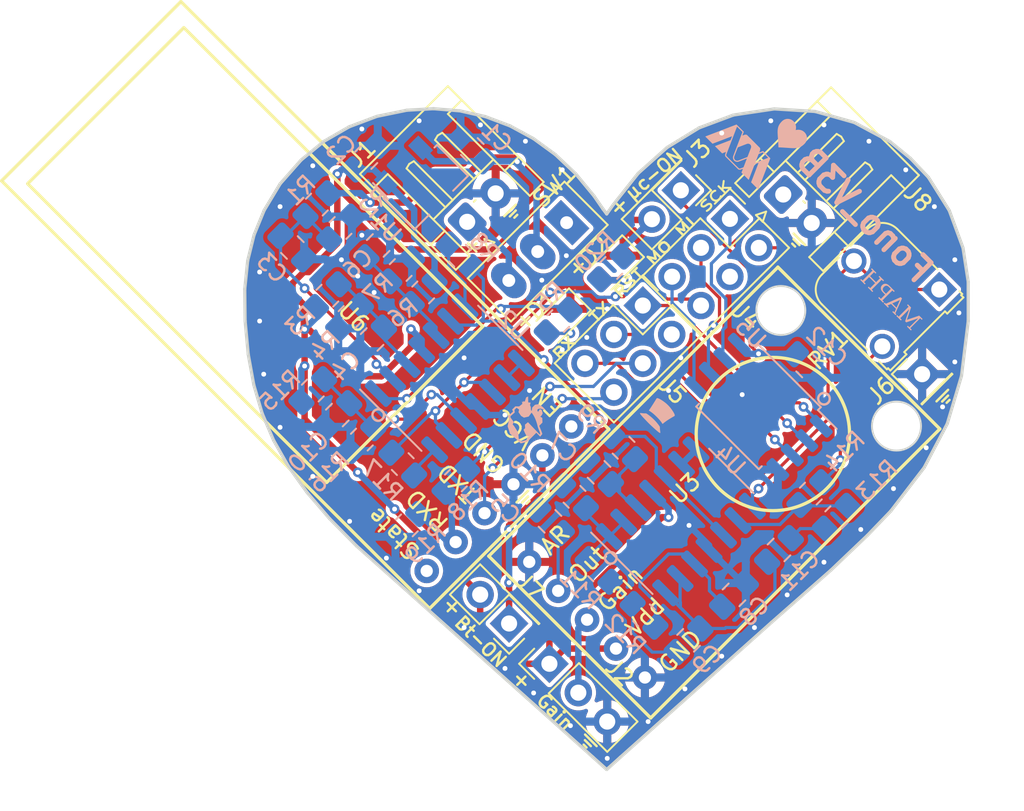
<source format=kicad_pcb>
(kicad_pcb (version 20221018) (generator pcbnew)
  (layers (0 "F.Cu" signal) (31 "B.Cu" signal) (34 "B.Paste" user) (35 "F.Paste" user) (36 "B.SilkS" user "B.Silkscreen") (37 "F.SilkS" user "F.Silkscreen") (38 "B.Mask" user) (39 "F.Mask" user) (44 "Edge.Cuts" user))
  (net 0 "")
  (net 1 "+9V")
  (net 2 "GND")
  (net 3 "+5V")
  (net 4 "Net-(C5-Pad2)")
  (net 5 "Net-(U2A--)")
  (net 6 "Net-(U2A-+)")
  (net 7 "Net-(U3-OUT)")
  (net 8 "Net-(U2B-+)")
  (net 9 "Net-(C9-Pad1)")
  (net 10 "Net-(C11-Pad1)")
  (net 11 "Net-(D1-A)")
  (net 12 "Net-(D2-A)")
  (net 13 "Net-(J1-Pin_1)")
  (net 14 "GAIN")
  (net 15 "SCK{slash}ADC1")
  (net 16 "ADC1")
  (net 17 "MISO")
  (net 19 "MOSI{slash}AREF")
  (net 20 "AREF")
  (net 21 "RESET")
  (net 23 "TX")
  (net 24 "RXD")
  (net 25 "RX")
  (net 26 "TXD")
  (net 27 "Net-(R5-Pad1)")
  (net 28 "Net-(R8-Pad1)")
  (net 29 "2V Vref")
  (net 30 "Net-(U4A--)")
  (net 31 "Net-(R14-Pad1)")
  (net 32 "Net-(R17-Pad1)")
  (net 33 "Net-(U6-RXD)")
  (net 34 "Net-(U4C--)")
  (net 35 "Net-(U4D--)")
  (net 39 "Net-(U4A-+)")
  (net 40 "Net-(U4B--)")
  (net 41 "Net-(#FLG03-pwr)")
  (net 42 "Net-(#FLG04-pwr)")
  (net 43 "Net-(U2D-+)")
  (net 44 "Net-(U2C--)")
  (net 45 "Net-(U4D-+)")
  (footprint "MAX9814:MAX9814-Adafruit" (layer "F.Cu") (at 107.996677 72.633426 45)
    (fp_text reference "U3")
    (fp_text value "MAX9814")
    (fp_circle (center 10.922 -5.08) (end 12.446 -5.08) (stroke (width 0.12)) (fill none) (layer "Edge.Cuts"))
    (fp_circle (center 10.922 5.08) (end 12.446 5.08) (stroke (width 0.12)) (fill none) (layer "Edge.Cuts"))
  )
  (footprint "Connector_PinHeader_2.54mm:PinHeader_1x01_P2.54mm_Vertical" (layer "F.Cu") (at 120.904 65.278 45)
    (fp_text reference "J6")
    (fp_text value "Conn_01x01")
  )
  (footprint "Bluetooth:HC-05" (layer "F.Cu") (at 82.590482 60.982431 135)
    (fp_text reference "U6")
    (fp_text value "HC-05")
  )
  (footprint "Connector_PinHeader_2.54mm:PinHeader_1x03_P2.54mm_Vertical" (layer "F.Cu") (at 97.753898 83.275898 45)
    (fp_text reference "J2")
    (fp_text value "Conn_01x03")
  )
  (footprint "Connector_PinHeader_2.54mm:PinHeader_2x03_P2.54mm_Vertical" (layer "F.Cu") (at 103.5558 61.0108 -45)
    (fp_text reference "J5")
    (fp_text value "Conn_02x03_Odd_Even")
  )
  (footprint "Potentiometer_THT:Potentiometer_Runtron_RM-065_Vertical" (layer "F.Cu") (at 121.969687 60.014153 -135)
    (fp_text reference "RV1")
    (fp_text value "100k")
  )
  (footprint "LED_SMD:LED_0805_2012Metric_Pad1.15x1.40mm_HandSolder" (layer "F.Cu") (at 101.637216 58.636784 -135)
    (fp_text reference "D2")
    (fp_text value "LED")
  )
  (footprint "Connector_PinHeader_2.54mm:PinHeader_2x01_P2.54mm_Vertical" (layer "F.Cu") (at 95.25 80.772 135)
    (fp_text reference "J7")
    (fp_text value "Conn_02x01")
  )
  (footprint "LED_SMD:LED_0805_2012Metric_Pad1.15x1.40mm_HandSolder" (layer "F.Cu") (at 98.335216 61.938784 -135)
    (fp_text reference "D1")
    (fp_text value "LED")
  )
  (footprint "Switch_SS12D00G4:SW_Slide_1P2T_SS12D00G4" (layer "F.Cu") (at 97.028 57.658 -135)
    (fp_text reference "SW1")
    (fp_text value "SW_SPDT")
  )
  (footprint "Connector_PinHeader_2.54mm:PinHeader_2x03_P2.54mm_Vertical" (layer "F.Cu") (at 108.966 55.626 -45)
    (fp_text reference "J4")
    (fp_text value "Conn_02x03_Odd_Even")
  )
  (footprint "Connector_JST:JST_EH_S2B-EH_1x02_P2.50mm_Horizontal" (layer "F.Cu") (at 112.278233 54.112233 -45)
    (fp_text reference "J8")
    (fp_text value "Conn_01x02")
  )
  (footprint "Connector_PinHeader_2.54mm:PinHeader_2x01_P2.54mm_Vertical" (layer "F.Cu") (at 105.918 53.848 -135)
    (fp_text reference "J3")
    (fp_text value "Conn_02x01")
  )
  (footprint "Connector_JST:JST_EH_S2B-EH_1x02_P2.50mm_Horizontal" (layer "F.Cu") (at 92.648594 55.808361 45)
    (fp_text reference "J1")
    (fp_text value "Conn_01x02")
  )
  (footprint "Resistor_SMD:R_0805_2012Metric_Pad1.20x1.40mm_HandSolder" (layer "B.Cu") (at 83.964214 60.397107 -135)
    (fp_text reference "R3")
    (fp_text value "100K")
  )
  (footprint "Package_SO:SOIC-14_3.9x8.7mm_P1.27mm" (layer "B.Cu") (at 91.567834 65.532 -45)
    (fp_text reference "U2")
    (fp_text value "LM324")
  )
  (footprint "Capacitor_SMD:C_0805_2012Metric_Pad1.18x1.45mm_HandSolder" (layer "B.Cu") (at 81.788 57.404 135)
    (fp_text reference "C3")
    (fp_text value "470n")
  )
  (footprint "Resistor_SMD:R_0805_2012Metric_Pad1.20x1.40mm_HandSolder" (layer "B.Cu") (at 92.202 57.912 -45)
    (fp_text reference "R8")
    (fp_text value "50")
  )
  (footprint "Capacitor_SMD:C_0805_2012Metric_Pad1.18x1.45mm_HandSolder" (layer "B.Cu") (at 86.741 63.119 45)
    (fp_text reference "C4")
    (fp_text value "470n")
  )
  (footprint "Resistor_SMD:R_0805_2012Metric_Pad1.20x1.40mm_HandSolder" (layer "B.Cu") (at 115.57 74.168 -135)
    (fp_text reference "R13")
    (fp_text value "10k")
  )
  (footprint "Capacitor_SMD:C_0805_2012Metric_Pad1.18x1.45mm_HandSolder" (layer "B.Cu") (at 92.964 51.308 135)
    (fp_text reference "C1")
    (fp_text value "330nf")
  )
  (footprint "Capacitor_SMD:C_0805_2012Metric_Pad1.18x1.45mm_HandSolder" (layer "B.Cu") (at 113.792 64.77 135)
    (fp_text reference "C12")
    (fp_text value "100n")
  )
  (footprint "Resistor_SMD:R_0805_2012Metric_Pad1.20x1.40mm_HandSolder" (layer "B.Cu") (at 113.991107 72.698893 -135)
    (fp_text reference "R14")
    (fp_text value "10k")
  )
  (footprint "Package_SO:SOP-8_5.28x5.23mm_P1.27mm" (layer "B.Cu") (at 110.744 67.31 135)
    (fp_text reference "U5")
    (fp_text value "ATtiny85-20S")
  )
  (footprint "Resistor_SMD:R_0805_2012Metric_Pad1.20x1.40mm_HandSolder" (layer "B.Cu") (at 99.314 72.898 -45)
    (fp_text reference "R10")
    (fp_text value "4.7k")
  )
  (footprint "Capacitor_SMD:C_0805_2012Metric_Pad1.18x1.45mm_HandSolder" (layer "B.Cu") (at 97.79 74.422 135)
    (fp_text reference "C5")
    (fp_text value "2.2u")
  )
  (footprint "Capacitor_SMD:C_0805_2012Metric_Pad1.18x1.45mm_HandSolder" (layer "B.Cu") (at 87.122 57.277 -135)
    (fp_text reference "C6")
    (fp_text value "470n")
  )
  (footprint "Capacitor_SMD:C_0805_2012Metric_Pad1.18x1.45mm_HandSolder" (layer "B.Cu") (at 86.36 51.816 45)
    (fp_text reference "C2")
    (fp_text value "100nf")
  )
  (footprint "Resistor_SMD:R_0805_2012Metric_Pad1.20x1.40mm_HandSolder" (layer "B.Cu") (at 88.646 70.866 135)
    (fp_text reference "R17")
    (fp_text value "50")
  )
  (footprint "Package_SO:SOIC-14_3.9x8.7mm_P1.27mm" (layer "B.Cu") (at 105.918 74.422 -45)
    (fp_text reference "U4")
    (fp_text value "LM324")
  )
  (footprint "Resistor_SMD:R_0805_2012Metric_Pad1.20x1.40mm_HandSolder" (layer "B.Cu") (at 98.298 61.976 -135)
    (fp_text reference "R5")
    (fp_text value "330")
  )
  (footprint "Resistor_SMD:R_0805_2012Metric_Pad1.20x1.40mm_HandSolder" (layer "B.Cu") (at 86.106 69.342 45)
    (fp_text reference "R16")
    (fp_text value "200K")
  )
  (footprint "Resistor_SMD:R_0805_2012Metric_Pad1.20x1.40mm_HandSolder" (layer "B.Cu") (at 88.9 74.676 45)
    (fp_text reference "R19")
    (fp_text value "200k")
  )
  (footprint "Resistor_SMD:R_0805_2012Metric_Pad1.20x1.40mm_HandSolder" (layer "B.Cu") (at 85.344 61.722 45)
    (fp_text reference "R4")
    (fp_text value "100K")
  )
  (footprint "Resistor_SMD:R_0805_2012Metric_Pad1.20x1.40mm_HandSolder" (layer "B.Cu") (at 101.6 58.674 -135)
    (fp_text reference "R20")
    (fp_text value "330")
  )
  (footprint "Resistor_SMD:R_0805_2012Metric_Pad1.20x1.40mm_HandSolder" (layer "B.Cu") (at 102.362 69.85 135)
    (fp_text reference "R9")
    (fp_text value "15k")
  )
  (footprint "Resistor_SMD:R_0805_2012Metric_Pad1.20x1.40mm_HandSolder" (layer "B.Cu") (at 88.519 58.801 -135)
    (fp_text reference "R7")
    (fp_text value "51k")
  )
  (footprint "Resistor_SMD:R_0805_2012Metric_Pad1.20x1.40mm_HandSolder" (layer "B.Cu") (at 100.838 77.47 -45)
    (fp_text reference "R11")
    (fp_text value "1.2k")
  )
  (footprint "Resistor_SMD:R_0805_2012Metric_Pad1.20x1.40mm_HandSolder" (layer "B.Cu") (at 89.916 60.198 45)
    (fp_text reference "R6")
    (fp_text value "75k")
  )
  (footprint "Resistor_SMD:R_0805_2012Metric_Pad1.20x1.40mm_HandSolder" (layer "B.Cu") (at 91.948 71.882 -135)
    (fp_text reference "R18")
    (fp_text value "100k")
  )
  (footprint "Capacitor_SMD:C_0805_2012Metric_Pad1.18x1.45mm_HandSolder" (layer "B.Cu") (at 100.838 71.374 -45)
    (fp_text reference "C7")
    (fp_text value "470n")
  )
  (footprint "Package_TO_SOT_SMD:SOT-89-3" (layer "B.Cu") (at 90.069518 53.658198 -45)
    (fp_text reference "U1")
    (fp_text value "L78L05_SOT89")
  )
  (footprint "Capacitor_SMD:C_0805_2012Metric_Pad1.18x1.45mm_HandSolder" (layer "B.Cu") (at 84.582 67.818 45)
    (fp_text reference "C10")
    (fp_text value "470n")
  )
  (footprint "Resistor_SMD:R_0805_2012Metric_Pad1.20x1.40mm_HandSolder" (layer "B.Cu") (at 84.781107 56.188893 -135)
    (fp_text reference "R2")
    (fp_text value "51K")
  )
  (footprint "Resistor_SMD:R_0805_2012Metric_Pad1.20x1.40mm_HandSolder" (layer "B.Cu") (at 103.632 80.264 -45)
    (fp_text reference "R12")
    (fp_text value "10k")
  )
  (footprint "Capacitor_SMD:C_0805_2012Metric_Pad1.18x1.45mm_HandSolder" (layer "B.Cu") (at 106.397623 81.816377 45)
    (fp_text reference "C9")
    (fp_text value "100n")
  )
  (footprint "Resistor_SMD:R_0805_2012Metric_Pad1.20x1.40mm_HandSolder" (layer "B.Cu") (at 83.058 66.294 -135)
    (fp_text reference "R15")
    (fp_text value "100K")
  )
  (footprint "Resistor_SMD:R_0805_2012Metric_Pad1.20x1.40mm_HandSolder" (layer "B.Cu") (at 83.312 54.737 45)
    (fp_text reference "R1")
    (fp_text value "100K")
  )
  (footprint "Capacitor_SMD:C_0805_2012Metric_Pad1.18x1.45mm_HandSolder" (layer "B.Cu") (at 112.014 76.2 -135)
    (fp_text reference "C11")
    (fp_text value "2.2u")
  )
  (footprint "Capacitor_SMD:C_0805_2012Metric_Pad1.18x1.45mm_HandSolder" (layer "B.Cu") (at 109.22 78.994 -135)
    (fp_text reference "C8")
    (fp_text value "22n")
  )
  (gr_poly (pts (xy 109.786709 50.323186) (xy 109.769313 50.36801) (xy 109.755033 50.405542) (xy 109.745344 50.43185) (xy 109.742683 50.439566) (xy 109.741722 50.443002) (xy 109.741808 50.443247) (xy 109.742092 50.443411) (xy 109.742567 50.443502) (xy 109.743228 50.443515) (xy 109.745089 50.443324) (xy 109.747637 50.442852) (xy 109.750833 50.442107) (xy 109.754639 50.441107) (xy 109.759013 50.439862) (xy 109.763919 50.43838) (xy 109.775167 50.434762) (xy 109.788071 50.430356) (xy 109.802322 50.425256) (xy 109.817607 50.419553) (xy 109.833147 50.413761) (xy 109.847683 50.408599) (xy 109.861303 50.404052) (xy 109.874086 50.40011) (xy 109.886119 50.396761) (xy 109.897481 50.393996) (xy 109.908255 50.391803) (xy 109.918529 50.39017) (xy 109.928378 50.389086) (xy 109.937893 50.388541) (xy 109.947152 50.388521) (xy 109.956238 50.38902) (xy 109.965233 50.390021) (xy 109.974226 50.391516) (xy 109.983292 50.393494) (xy 109.99252 50.395943) (xy 110.023617 50.404869) (xy 110.831843 51.213094) (xy 110.840635 51.240252) (xy 110.842142 51.245241) (xy 110.84347 51.250342) (xy 110.844617 51.255556) (xy 110.84558 51.26089) (xy 110.846363 51.266349) (xy 110.846961 51.271936) (xy 110.847374 51.27766) (xy 110.847602 51.283518) (xy 110.847642 51.289521) (xy 110.847496 51.295672) (xy 110.846638 51.308437) (xy 110.84502 51.321852) (xy 110.842632 51.33595) (xy 110.839469 51.350771) (xy 110.835526 51.366352) (xy 110.830793 51.382732) (xy 110.825263 51.399948) (xy 110.818931 51.418036) (xy 110.811786 51.437033) (xy 110.803822 51.45698) (xy 110.795035 51.477913) (xy 110.794305 51.479674) (xy 110.793655 51.481381) (xy 110.793085 51.483027) (xy 110.79259 51.484597) (xy 110.792176 51.486091) (xy 110.791844 51.487498) (xy 110.791593 51.488805) (xy 110.791427 51.490005) (xy 110.791343 51.491094) (xy 110.791345 51.492057) (xy 110.791431 51.492889) (xy 110.791605 51.493582) (xy 110.791724 51.493874) (xy 110.791866 51.494125) (xy 110.792031 51.494338) (xy 110.792217 51.494512) (xy 110.792425 51.49464) (xy 110.792656 51.49473) (xy 110.792909 51.494776) (xy 110.793186 51.494774) (xy 110.79435 51.494499) (xy 110.79665 51.493781) (xy 110.804408 51.491107) (xy 110.830839 51.481455) (xy 110.868528 51.467286) (xy 110.913524 51.450061) (xy 111.028281 51.405795) (xy 111.25333 51.632714) (xy 111.478381 51.859631) (xy 111.278862 52.378535) (xy 110.912172 53.332686) (xy 110.737954 53.785218) (xy 110.730914 53.802501) (xy 110.281375 53.352962) (xy 110.297114 53.310702) (xy 110.527941 52.708986) (xy 110.679919 52.312381) (xy 110.743281 52.144466) (xy 110.743139 52.144266) (xy 110.742692 52.144187) (xy 110.74091 52.144381) (xy 110.737997 52.145029) (xy 110.734013 52.146106) (xy 110.723075 52.149476) (xy 110.708582 52.154321) (xy 110.691026 52.160474) (xy 110.670885 52.167773) (xy 110.648651 52.176043) (xy 110.624805 52.185126) (xy 110.506072 52.230847) (xy 110.329948 52.688839) (xy 110.142926 53.175224) (xy 110.132034 53.203623) (xy 109.680801 52.752386) (xy 109.725539 52.638098) (xy 109.742925 52.593287) (xy 109.757191 52.55576) (xy 109.766868 52.52945) (xy 109.769523 52.52173) (xy 109.770475 52.518289) (xy 109.770388 52.518042) (xy 109.770102 52.517875) (xy 109.769625 52.517784) (xy 109.768961 52.51777) (xy 109.767099 52.517957) (xy 109.764548 52.518427) (xy 109.761345 52.519167) (xy 109.757541 52.520166) (xy 109.753163 52.521409) (xy 109.748256 52.522888) (xy 109.737003 52.526501) (xy 109.724097 52.530904) (xy 109.709843 52.536004) (xy 109.694558 52.541706) (xy 109.679018 52.547497) (xy 109.66448 52.552661) (xy 109.65086 52.557207) (xy 109.638076 52.561149) (xy 109.626046 52.564498) (xy 109.614683 52.567262) (xy 109.603906 52.569453) (xy 109.593636 52.571088) (xy 109.583781 52.57217) (xy 109.57427 52.572718) (xy 109.565011 52.572736) (xy 109.555925 52.572239) (xy 109.546927 52.571237) (xy 109.537937 52.569742) (xy 109.528869 52.567764) (xy 109.519642 52.565316) (xy 109.488544 52.556388) (xy 108.680322 51.748165) (xy 108.67153 51.721004) (xy 108.670021 51.716016) (xy 108.668693 51.710917) (xy 108.667548 51.705702) (xy 108.666581 51.700369) (xy 108.6658 51.694909) (xy 108.665203 51.689321) (xy 108.664791 51.683598) (xy 108.664562 51.67774) (xy 108.664521 51.671737) (xy 108.664667 51.665584) (xy 108.665525 51.65282) (xy 108.667148 51.639406) (xy 108.669532 51.625308) (xy 108.672695 51.610488) (xy 108.676638 51.594905) (xy 108.681372 51.578526) (xy 108.686901 51.56131) (xy 108.693234 51.543222) (xy 108.700379 51.524223) (xy 108.708342 51.504277) (xy 108.717131 51.483344) (xy 108.717858 51.481581) (xy 108.718507 51.479876) (xy 108.719079 51.478232) (xy 108.71957 51.476655) (xy 108.719982 51.475162) (xy 108.720312 51.473755) (xy 108.720564 51.472445) (xy 108.720726 51.471241) (xy 108.720809 51.470152) (xy 108.720804 51.469186) (xy 108.720716 51.46835) (xy 108.720537 51.467654) (xy 108.720417 51.467363) (xy 108.720273 51.467109) (xy 108.720109 51.466894) (xy 108.71992 51.466719) (xy 108.71971 51.466587) (xy 108.719478 51.466497) (xy 108.719222 51.46645) (xy 108.718944 51.466448) (xy 108.717778 51.466722) (xy 108.715476 51.467435) (xy 108.707715 51.470102) (xy 108.681288 51.479743) (xy 108.643614 51.493908) (xy 108.598642 51.511126) (xy 108.483955 51.55539) (xy 108.03326 51.104847) (xy 108.056068 51.095848) (xy 108.542177 50.908829) (xy 109.005479 50.730807) (xy 109.051787 50.611992) (xy 109.069337 50.565874) (xy 109.082878 50.528139) (xy 109.087729 50.513628) (xy 109.091077 50.502676) (xy 109.092755 50.495766) (xy 109.092916 50.493977) (xy 109.092815 50.493527) (xy 109.092593 50.493381) (xy 109.044625 50.511108) (xy 108.918083 50.559218) (xy 108.506236 50.717213) (xy 107.904276 50.947798) (xy 107.883173 50.954757) (xy 107.434211 50.505795) (xy 107.451457 50.498722) (xy 107.976975 50.296462) (xy 108.931292 49.929935) (xy 109.301647 49.787666) (xy 109.408444 49.894462) (xy 109.26184 50.275451) (xy 108.745883 51.620776) (xy 108.74429 51.62578) (xy 108.74289 51.630783) (xy 108.741692 51.635781) (xy 108.740694 51.640775) (xy 108.739892 51.645761) (xy 108.73929 51.650738) (xy 108.738885 51.655698) (xy 108.738679 51.660642) (xy 108.738673 51.665566) (xy 108.738864 51.67047) (xy 108.739254 51.675346) (xy 108.739843 51.680196) (xy 108.740633 51.685016) (xy 108.741621 51.689803) (xy 108.742805 51.694554) (xy 108.74419 51.699262) (xy 108.744762 51.700777) (xy 108.745616 51.702518) (xy 108.748345 51.706883) (xy 108.752758 51.71274) (xy 108.759227 51.720478) (xy 108.768132 51.730486) (xy 108.779849 51.743148) (xy 108.794752 51.758856) (xy 108.813218 51.777995) (xy 108.862348 51.828122) (xy 108.930248 51.896625) (xy 109.019928 51.98661) (xy 109.134404 52.101174) (xy 109.34111 52.307547) (xy 109.459657 52.424504) (xy 109.51646 52.47768) (xy 109.529969 52.48836) (xy 109.53795 52.492709) (xy 109.537951 52.492711) (xy 109.540899 52.493712) (xy 109.543843 52.494611) (xy 109.546796 52.495401) (xy 109.549777 52.496083) (xy 109.552796 52.496651) (xy 109.555873 52.497102) (xy 109.559022 52.497432) (xy 109.562258 52.497641) (xy 109.565597 52.49772) (xy 109.56905 52.497672) (xy 109.572641 52.497488) (xy 109.576376 52.497169) (xy 109.580276 52.496711) (xy 109.584354 52.496109) (xy 109.588631 52.495363) (xy 109.593113 52.494464) (xy 109.597823 52.493413) (xy 109.602771 52.49221) (xy 109.613451 52.489318) (xy 109.625278 52.485766) (xy 109.638369 52.481522) (xy 109.652855 52.476568) (xy 109.668851 52.470871) (xy 109.686485 52.464408) (xy 109.705878 52.457153) (xy 109.810129 52.417838) (xy 109.898664 52.1864) (xy 109.965781 52.011589) (xy 110.002821 51.916296) (xy 110.005848 51.908533) (xy 110.008458 51.901301) (xy 110.010607 51.894752) (xy 110.012258 51.889051) (xy 110.012882 51.886567) (xy 110.013366 51.884352) (xy 110.013702 51.882426) (xy 110.013887 51.880812) (xy 110.013918 51.879528) (xy 110.013784 51.878591) (xy 110.013655 51.87826) (xy 110.013487 51.878024) (xy 110.013271 51.877884) (xy 110.013013 51.877845) (xy 110.007019 51.879782) (xy 109.991947 51.885249) (xy 109.938608 51.90525) (xy 109.861051 51.934797) (xy 109.767342 51.970838) (xy 109.587795 52.039403) (xy 109.52549 52.062629) (xy 109.493476 52.07397) (xy 109.484497 52.07653) (xy 109.475397 52.078717) (xy 109.466191 52.080539) (xy 109.456893 52.081994) (xy 109.447517 52.083094) (xy 109.43808 52.083839) (xy 109.428593 52.084234) (xy 109.41907 52.084281) (xy 109.409529 52.083989) (xy 109.399981 52.083357) (xy 109.390443 52.082395) (xy 109.380925 52.0811) (xy 109.371444 52.079483) (xy 109.362016 52.077544) (xy 109.352651 52.075289) (xy 109.343366 52.072721) (xy 109.334175 52.069844) (xy 109.325093 52.066666) (xy 109.316132 52.063184) (xy 109.307308 52.059409) (xy 109.298635 52.055343) (xy 109.290127 52.050991) (xy 109.281799 52.046352) (xy 109.273664 52.041437) (xy 109.265737 52.036248) (xy 109.258032 52.030786) (xy 109.250564 52.02506) (xy 109.243345 52.019071) (xy 109.236394 52.012826) (xy 109.229718 52.006325) (xy 109.223338 51.999576) (xy 109.217267 51.992583) (xy 109.206583 51.978855) (xy 109.196811 51.964504) (xy 109.187964 51.949602) (xy 109.180057 51.934218) (xy 109.173104 51.918425) (xy 109.167119 51.902291) (xy 109.162119 51.885887) (xy 109.158119 51.869288) (xy 109.15513 51.852556) (xy 109.153171 51.835767) (xy 109.152254 51.818991) (xy 109.152397 51.802299) (xy 109.153612 51.78576) (xy 109.155914 51.769446) (xy 109.159319 51.753424) (xy 109.16384 51.737769) (xy 109.182387 51.688153) (xy 109.247173 51.51871) (xy 109.398882 51.123553) (xy 109.45855 51.183218) (xy 109.424248 51.269031) (xy 109.351016 51.457587) (xy 109.275876 51.653054) (xy 109.235859 51.759595) (xy 109.234075 51.7657) (xy 109.232565 51.772482) (xy 109.23133 51.779846) (xy 109.230367 51.787696) (xy 109.229673 51.795934) (xy 109.229243 51.80446) (xy 109.22908 51.813182) (xy 109.229174 51.822001) (xy 109.229531 51.830819) (xy 109.230144 51.839542) (xy 109.231008 51.848072) (xy 109.232126 51.856309) (xy 109.233493 51.864162) (xy 109.235104 51.871528) (xy 109.236962 51.878316) (xy 109.23906 51.884424) (xy 109.242794 51.893441) (xy 109.246918 51.902189) (xy 109.251425 51.910666) (xy 109.25631 51.918865) (xy 109.26157 51.926779) (xy 109.267194 51.934402) (xy 109.273184 51.941731) (xy 109.279528 51.948757) (xy 109.286223 51.955476) (xy 109.293266 51.96188) (xy 109.300644 51.967966) (xy 109.30836 51.973726) (xy 109.316402 51.979154) (xy 109.32477 51.984246) (xy 109.333452 51.988994) (xy 109.342447 51.993392) (xy 109.349196 51.996207) (xy 109.356551 51.998721) (xy 109.364426 52.000925) (xy 109.372743 52.002824) (xy 109.381422 52.004407) (xy 109.390385 52.005671) (xy 109.399547 52.006615) (xy 109.40883 52.007234) (xy 109.418152 52.007523) (xy 109.427435 52.007481) (xy 109.436596 52.0071) (xy 109.445554 52.006375) (xy 109.45423 52.005308) (xy 109.462544 52.003892) (xy 109.470417 52.002122) (xy 109.477764 51.999995) (xy 109.584449 51.960208) (xy 109.779633 51.885384) (xy 109.967895 51.812327) (xy 110.053813 51.777842) (xy 110.08822 51.691858) (xy 110.161226 51.503354) (xy 110.236 51.308) (xy 110.275703 51.201474) (xy 110.27736 51.195762) (xy 110.27881 51.18943) (xy 110.280053 51.182569) (xy 110.281088 51.17527) (xy 110.281913 51.167623) (xy 110.282527 51.159716) (xy 110.282932 51.151643) (xy 110.283125 51.143492) (xy 110.283106 51.135354) (xy 110.282871 51.127317) (xy 110.282665 51.123766) (xy 110.753654 51.594754) (xy 110.74645 51.610807) (xy 110.729711 51.651968) (xy 110.676693 51.786391) (xy 110.612747 51.951541) (xy 110.556011 52.100955) (xy 110.542785 52.136371) (xy 110.558806 52.129944) (xy 110.953399 51.978234) (xy 111.338668 51.830222) (xy 111.339056 51.829924) (xy 111.339209 51.829423) (xy 111.339114 51.828709) (xy 111.338761 51.827772) (xy 111.338138 51.826596) (xy 111.337232 51.82517) (xy 111.33453 51.821524) (xy 111.330561 51.816734) (xy 111.32523 51.810702) (xy 111.318448 51.803332) (xy 111.310118 51.794526) (xy 111.300147 51.784187) (xy 111.288442 51.772215) (xy 111.259462 51.74299) (xy 111.222432 51.706069) (xy 111.176604 51.660675) (xy 111.007834 51.493854) (xy 110.883549 51.541692) (xy 110.834849 51.560678) (xy 110.794126 51.577011) (xy 110.765639 51.588949) (xy 110.757319 51.592727) (xy 110.753654 51.594754) (xy 110.282665 51.123766) (xy 110.282421 51.119474) (xy 110.281757 51.111915) (xy 110.280873 51.10473) (xy 110.279774 51.098009) (xy 110.278457 51.091839) (xy 110.276917 51.086318) (xy 110.273741 51.077355) (xy 110.269937 51.068416) (xy 110.265547 51.059535) (xy 110.260608 51.050758) (xy 110.255156 51.042125) (xy 110.249232 51.033681) (xy 110.242869 51.025464) (xy 110.236111 51.017522) (xy 110.228986 51.009892) (xy 110.221541 51.002618) (xy 110.213807 50.995743) (xy 110.205827 50.989309) (xy 110.197635 50.983355) (xy 110.189268 50.977928) (xy 110.180765 50.973067) (xy 110.172165 50.968813) (xy 110.165 50.965837) (xy 110.157303 50.963174) (xy 110.149151 50.960827) (xy 110.140616 50.958805) (xy 110.13177 50.957105) (xy 110.122688 50.95574) (xy 110.11344 50.954705) (xy 110.104104 50.954012) (xy 110.094747 50.953658) (xy 110.085445 50.953652) (xy 110.076274 50.953995) (xy 110.067304 50.954696) (xy 110.058606 50.955751) (xy 110.050258 50.957171) (xy 110.042329 50.958962) (xy 110.034896 50.961118) (xy 109.928564 51.000795) (xy 109.733192 51.07565) (xy 109.544588 51.148763) (xy 109.45855 51.183218) (xy 109.398882 51.123553) (xy 109.615861 50.558376) (xy 109.703904 50.327632) (xy 109.730717 50.256169) (xy 109.740602 50.228414) (xy 109.739755 50.226997) (xy 109.737238 50.223946) (xy 109.727547 50.213302) (xy 109.712205 50.197175) (xy 109.691893 50.176259) (xy 109.639093 50.122856) (xy 109.574595 50.058662) (xy 109.408444 49.894462) (xy 109.301647 49.787666) (xy 109.377338 49.75859) (xy 109.604401 49.983724) (xy 109.831466 50.208858)) (fill solid) (layer "B.SilkS"))
  (gr_poly (pts (xy 97.406449 67.377659) (xy 97.509202 67.488792) (xy 97.394464 67.473836) (xy 97.370891 67.470334) (xy 97.347889 67.46611) (xy 97.32604 67.46132) (xy 97.30591 67.456125) (xy 97.296672 67.453427) (xy 97.288079 67.450688) (xy 97.280206 67.447926) (xy 97.27312 67.445169) (xy 97.266901 67.442433) (xy 97.261617 67.439733) (xy 97.257333 67.437097) (xy 97.254132 67.434538) (xy 97.252704 67.433306) (xy 97.251075 67.432122) (xy 97.249249 67.430981) (xy 97.247228 67.429887) (xy 97.24264 67.427853) (xy 97.237377 67.426021) (xy 97.231493 67.424389) (xy 97.225039 67.422978) (xy 97.218083 67.421787) (xy 97.210678 67.42082) (xy 97.202881 67.420087) (xy 97.194745 67.419592) (xy 97.186338 67.419346) (xy 97.177711 67.419351) (xy 97.168919 67.419614) (xy 97.160022 67.420144) (xy 97.151079 67.420943) (xy 97.142146 67.422023) (xy 97.133175 67.423389) (xy 97.124119 67.425035) (xy 97.115041 67.426939) (xy 97.106001 67.429075) (xy 97.097061 67.431428) (xy 97.088279 67.433967) (xy 97.079723 67.436682) (xy 97.071445 67.43954) (xy 97.063517 67.44252) (xy 97.05599 67.445604) (xy 97.048933 67.448772) (xy 97.042404 67.451995) (xy 97.036462 67.455259) (xy 97.031173 67.45853) (xy 97.026591 67.461801) (xy 97.022782 67.465035) (xy 97.021132 67.466719) (xy 97.019576 67.46854) (xy 97.018107 67.470497) (xy 97.016733 67.472586) (xy 97.015458 67.474798) (xy 97.014273 67.477122) (xy 97.013188 67.479562) (xy 97.012194 67.482111) (xy 97.011298 67.484753) (xy 97.010497 67.487489) (xy 97.009184 67.493221) (xy 97.008263 67.49925) (xy 97.007727 67.505534) (xy 97.007585 67.512022) (xy 97.007842 67.518663) (xy 97.008496 67.525417) (xy 97.009551 67.532229) (xy 97.011006 67.53905) (xy 97.012869 67.545836) (xy 97.01514 67.552536) (xy 97.017822 67.559104) (xy 97.045826 67.621988) (xy 97.104691 67.535301) (xy 97.163553 67.448613) (xy 97.219622 67.473585) (xy 97.27569 67.498554) (xy 97.307203 67.60264) (xy 97.338719 67.706725) (xy 97.300067 67.785378) (xy 97.295929 67.793522) (xy 97.291509 67.801713) (xy 97.281998 67.818) (xy 97.271847 67.833802) (xy 97.261374 67.848691) (xy 97.256115 67.855656) (xy 97.250897 67.862234) (xy 97.245756 67.868365) (xy 97.240735 67.874001) (xy 97.235871 67.879082) (xy 97.231201 67.883557) (xy 97.226773 67.887376) (xy 97.222622 67.890482) (xy 97.183826 67.916938) (xy 97.247965 67.954483) (xy 97.312103 67.992032) (xy 97.31768 68.138677) (xy 97.323251 68.285318) (xy 97.122133 68.486438) (xy 97.200339 68.674832) (xy 97.232139 68.753192) (xy 97.260913 68.827282) (xy 97.283492 68.888743) (xy 97.291476 68.912132) (xy 97.296728 68.929234) (xy 97.31491 68.99524) (xy 97.249446 69.078464) (xy 97.183982 69.161691) (xy 97.062817 69.040591) (xy 96.941651 68.91949) (xy 96.659515 69.202144) (xy 96.377386 69.484797) (xy 96.173224 69.532311) (xy 95.969063 69.579826) (xy 95.837731 69.446335) (xy 95.807305 69.416119) (xy 95.771099 69.381354) (xy 95.686762 69.303106) (xy 95.595531 69.221436) (xy 95.550713 69.182396) (xy 95.508223 69.146196) (xy 95.310044 68.979552) (xy 95.234873 68.746026) (xy 95.159697 68.512506) (xy 95.206538 68.278714) (xy 95.253382 68.044923) (xy 95.208045 67.968512) (xy 95.162709 67.8921) (xy 95.493442 67.599136) (xy 95.466004 67.53753) (xy 95.438569 67.475925) (xy 95.503329 67.411162) (xy 95.587517 67.495353) (xy 95.595048 67.576396) (xy 95.602584 67.657437) (xy 95.451775 67.789828) (xy 95.300971 67.922219) (xy 95.337439 67.969938) (xy 95.358449 67.997978) (xy 95.388686 68.039047) (xy 95.460688 68.13819) (xy 95.54747 68.25872) (xy 95.509821 68.331378) (xy 95.472174 68.404038) (xy 95.520515 68.452372) (xy 95.526084 68.458391) (xy 95.532755 68.466381) (xy 95.549066 68.487754) (xy 95.568742 68.515438) (xy 95.591073 68.548364) (xy 95.615349 68.585472) (xy 95.640871 68.625697) (xy 95.666936 68.667982) (xy 95.692823 68.711263) (xy 95.816793 68.921814) (xy 95.833497 69.101552) (xy 95.850202 69.28129) (xy 95.93313 69.366742) (xy 96.01606 69.452193) (xy 96.194991 69.403352) (xy 96.194991 69.403353) (xy 96.373919 69.354511) (xy 96.380704 69.281516) (xy 96.387489 69.208521) (xy 96.455791 69.17789) (xy 96.524093 69.147256) (xy 96.453674 69.146997) (xy 96.44624 69.146712) (xy 96.43851 69.145926) (xy 96.43054 69.144662) (xy 96.422392 69.142953) (xy 96.41413 69.140819) (xy 96.405813 69.138292) (xy 96.397507 69.135388) (xy 96.38927 69.132141) (xy 96.381165 69.12857) (xy 96.373256 69.124709) (xy 96.365598 69.120579) (xy 96.358261 69.116202) (xy 96.351298 69.111611) (xy 96.344781 69.106829) (xy 96.338763 69.101879) (xy 96.333311 69.096789) (xy 96.327872 69.090884) (xy 96.321897 69.083533) (xy 96.315445 69.074847) (xy 96.308576 69.064932) (xy 96.301353 69.053896) (xy 96.293837 69.041841) (xy 96.278156 69.015116) (xy 96.262017 68.985601) (xy 96.245904 68.954154) (xy 96.230301 68.921633) (xy 96.215683 68.888879) (xy 96.148004 68.730917) (xy 96.245467 68.633457) (xy 96.240004 68.523943) (xy 96.234545 68.414428) (xy 96.328545 68.337183) (xy 96.422546 68.259934) (xy 96.785864 68.640296) (xy 97.149181 69.020654) (xy 97.174934 68.994898) (xy 97.176148 68.993341) (xy 97.177128 68.991324) (xy 97.177882 68.988867) (xy 97.17841 68.985985) (xy 97.178722 68.982682) (xy 97.178815 68.978981) (xy 97.178698 68.974894) (xy 97.178372 68.97043) (xy 97.177103 68.960431) (xy 97.175047 68.949095) (xy 97.172231 68.93653) (xy 97.168682 68.922841) (xy 97.164427 68.908137) (xy 97.159503 68.892522) (xy 97.153935 68.876108) (xy 97.147753 68.858997) (xy 97.140987 68.8413) (xy 97.133664 68.823124) (xy 97.125818 68.804575) (xy 97.11747 68.785762) (xy 97.100289 68.746297) (xy 97.083351 68.704409) (xy 97.067101 68.661371) (xy 97.05197 68.618465) (xy 97.038394 68.576972) (xy 97.026808 68.538167) (xy 97.017649 68.503337) (xy 97.011349 68.473756) (xy 97.005068 68.443526) (xy 96.995952 68.40684) (xy 96.984439 68.365109) (xy 96.970963 68.319735) (xy 96.955947 68.272138) (xy 96.939837 68.223718) (xy 96.923054 68.175888) (xy 96.906031 68.130062) (xy 96.887689 68.084325) (xy 96.86713 68.03676) (xy 96.845044 67.988758) (xy 96.822135 67.941708) (xy 96.799092 67.897006) (xy 96.776617 67.856037) (xy 96.755406 67.820197) (xy 96.736156 67.790871) (xy 96.648699 67.666752) (xy 96.557974 67.789251) (xy 96.467245 67.911752) (xy 96.320235 67.945646) (xy 96.173224 67.979536) (xy 96.084136 67.926196) (xy 95.995049 67.872857) (xy 95.914893 67.755682) (xy 95.834736 67.638502) (xy 95.85355 67.557103) (xy 95.872365 67.475705) (xy 95.793395 67.422077) (xy 95.714419 67.368453) (xy 95.587517 67.495353) (xy 95.503329 67.411162) (xy 95.636774 67.277719) (xy 95.75736 67.27772) (xy 95.877942 67.277719) (xy 95.975181 67.200879) (xy 96.072418 67.124038) (xy 96.059707 67.041167) (xy 96.046995 66.958297) (xy 96.11716 67.02846) (xy 96.126966 66.986935) (xy 96.136767 66.945406) (xy 96.179364 66.966703) (xy 96.221963 66.987999) (xy 96.264549 66.854206) (xy 96.307135 66.720406) (xy 96.370459 66.692205) (xy 96.433787 66.664002) (xy 96.436656 66.847816) (xy 96.439526 67.031631) (xy 96.515081 67.038652) (xy 96.590636 67.045677) (xy 96.563702 67.134622) (xy 96.561152 67.143875) (xy 96.559045 67.153239) (xy 96.557377 67.162656) (xy 96.556148 67.172061) (xy 96.555347 67.181383) (xy 96.554976 67.190564) (xy 96.55502 67.199537) (xy 96.55548 67.208238) (xy 96.556355 67.216604) (xy 96.557633 67.22457) (xy 96.559309 67.232065) (xy 96.561386 67.239035) (xy 96.563848 67.245413) (xy 96.566696 67.251129) (xy 96.568264 67.253718) (xy 96.569927 67.25612) (xy 96.571684 67.258327) (xy 96.573531 67.260324) (xy 96.575408 67.262352) (xy 96.577247 67.264628) (xy 96.580807 67.269893) (xy 96.584191 67.276056) (xy 96.587385 67.283036) (xy 96.590367 67.290764) (xy 96.593133 67.299166) (xy 96.595656 67.308166) (xy 96.597927 67.317694) (xy 96.599923 67.327673) (xy 96.601634 67.338034) (xy 96.603041 67.348694) (xy 96.604126 67.359591) (xy 96.604879 67.370643) (xy 96.605276 67.381779) (xy 96.605308 67.392925) (xy 96.604957 67.404004) (xy 96.604543 67.415026) (xy 96.604403 67.426) (xy 96.604517 67.436849) (xy 96.604884 67.447519) (xy 96.605486 67.457929) (xy 96.606316 67.468018) (xy 96.607368 67.47771) (xy 96.608624 67.486952) (xy 96.610077 67.495664) (xy 96.611719 67.50378) (xy 96.613539 67.511242) (xy 96.615526 67.517967) (xy 96.617664 67.523901) (xy 96.619955 67.528966) (xy 96.62238 67.533097) (xy 96.623637 67.534795) (xy 96.62493 67.536229) (xy 96.650235 67.561534) (xy 96.668918 67.455479) (xy 96.687606 67.349421) (xy 96.859069 67.177957) (xy 96.961475 67.159915) (xy 97.063882 67.141874) (xy 97.18379 67.204203) (xy 97.196537 67.211129) (xy 97.209971 67.218994) (xy 97.238455 67.237172) (xy 97.268319 67.258035) (xy 97.298657 67.280865) (xy 97.328551 67.304957) (xy 97.357091 67.329596) (xy 97.383359 67.354066) (xy 97.395362 67.366017)) (fill solid) (layer "B.SilkS"))
  (gr_poly (pts (xy 112.948003 49.592604) (xy 112.970345 49.620887) (xy 112.990575 49.650556) (xy 113.008658 49.681528) (xy 113.02457 49.713726) (xy 113.038282 49.747063) (xy 113.049759 49.781464) (xy 113.058976 49.816848) (xy 113.065894 49.853137) (xy 113.070494 49.890245) (xy 113.072744 49.928096) (xy 113.072609 49.966608) (xy 113.070065 50.005706) (xy 113.065077 50.045302) (xy 113.063184 50.056822) (xy 113.061069 50.068687) (xy 113.058987 50.079499) (xy 113.058045 50.084077) (xy 113.057207 50.087864) (xy 113.056479 50.091127) (xy 113.055858 50.094196) (xy 113.05535 50.097005) (xy 113.054967 50.099482) (xy 113.054717 50.101559) (xy 113.054645 50.102426) (xy 113.054606 50.103168) (xy 113.054611 50.103772) (xy 113.054655 50.104234) (xy 113.054735 50.104546) (xy 113.054792 50.104638) (xy 113.05486 50.104694) (xy 113.05497 50.104723) (xy 113.055155 50.10473) (xy 113.055744 50.104705) (xy 113.05661 50.104622) (xy 113.057732 50.104481) (xy 113.060695 50.10405) (xy 113.06451 50.103426) (xy 113.069058 50.102632) (xy 113.074186 50.101693) (xy 113.079797 50.100629) (xy 113.085746 50.099461) (xy 113.113125 50.094575) (xy 113.140436 50.09086) (xy 113.167633 50.08831) (xy 113.194672 50.086918) (xy 113.221516 50.086678) (xy 113.248114 50.087581) (xy 113.274432 50.089624) (xy 113.300422 50.0928) (xy 113.326045 50.097097) (xy 113.351251 50.102521) (xy 113.376005 50.109054) (xy 113.400264 50.1167) (xy 113.423979 50.125443) (xy 113.447114 50.135283) (xy 113.469621 50.146215) (xy 113.491464 50.158228) (xy 113.51564 50.173247) (xy 113.53889 50.189495) (xy 113.561163 50.206913) (xy 113.582423 50.225438) (xy 113.60263 50.245018) (xy 113.621735 50.265583) (xy 113.639694 50.287079) (xy 113.656475 50.309449) (xy 113.672023 50.332629) (xy 113.686311 50.356561) (xy 113.699281 50.381186) (xy 113.710895 50.406442) (xy 113.721124 50.432269) (xy 113.729908 50.458617) (xy 113.737213 50.485409) (xy 113.742994 50.512599) (xy 113.744348 50.52056) (xy 113.745573 50.528919) (xy 113.746668 50.537618) (xy 113.747634 50.546602) (xy 113.749162 50.565197) (xy 113.750144 50.584255) (xy 113.750554 50.60332) (xy 113.750384 50.621938) (xy 113.750073 50.630933) (xy 113.749614 50.63965) (xy 113.748999 50.648031) (xy 113.748224 50.656015) (xy 113.746609 50.66889) (xy 113.74458 50.681896) (xy 113.742143 50.694996) (xy 113.739305 50.708163) (xy 113.736089 50.721369) (xy 113.732498 50.734574) (xy 113.728537 50.747746) (xy 113.72423 50.760862) (xy 113.71958 50.773881) (xy 113.714602 50.786777) (xy 113.709306 50.799514) (xy 113.703697 50.812064) (xy 113.697792 50.824392) (xy 113.691597 50.836472) (xy 113.685128 50.848264) (xy 113.678396 50.859744) (xy 113.67244 50.86932) (xy 113.666224 50.878833) (xy 113.659739 50.888299) (xy 113.652975 50.897722) (xy 113.645927 50.907119) (xy 113.638583 50.91649) (xy 113.622979 50.935215) (xy 113.606098 50.953977) (xy 113.58786 50.972852) (xy 113.568204 50.991929) (xy 113.547059 51.011284) (xy 113.516722 51.037521) (xy 113.486793 51.061794) (xy 113.457122 51.084165) (xy 113.42756 51.104695) (xy 113.39797 51.123438) (xy 113.368207 51.140459) (xy 113.33812 51.155825) (xy 113.307575 51.169589) (xy 113.276418 51.181813) (xy 113.244507 51.192561) (xy 113.211704 51.201889) (xy 113.177857 51.209861) (xy 113.142823 51.216543) (xy 113.106464 51.221982) (xy 113.068631 51.226252) (xy 113.029177 51.229406) (xy 113.022182 51.229773) (xy 113.013126 51.230121) (xy 112.990326 51.230712) (xy 112.963821 51.231109) (xy 112.936643 51.231263) (xy 112.903088 51.231109) (xy 112.870241 51.230571) (xy 112.836221 51.229556) (xy 112.799165 51.227971) (xy 112.757195 51.225729) (xy 112.708442 51.222736) (xy 112.583085 51.21414) (xy 112.402537 51.201675) (xy 112.260229 51.192866) (xy 112.140964 51.186853) (xy 112.029581 51.182775) (xy 112.010431 51.182104) (xy 111.994578 51.181379) (xy 111.98366 51.180686) (xy 111.98057 51.180376) (xy 111.979704 51.180236) (xy 111.97933 51.18011) (xy 111.979268 51.179988) (xy 111.979202 51.179738) (xy 111.979061 51.178871) (xy 111.978756 51.175783) (xy 111.978418 51.171044) (xy 111.978058 51.164865) (xy 111.977693 51.157456) (xy 111.977334 51.149015) (xy 111.976984 51.139746) (xy 111.97666 51.129873) (xy 111.976661 51.129873) (xy 111.972764 51.02263) (xy 111.967272 50.910858) (xy 111.959595 50.783982) (xy 111.949159 50.631429) (xy 111.9394 50.49153) (xy 111.933362 50.396046) (xy 111.929979 50.326302) (xy 111.928191 50.263631) (xy 111.927789 50.209789) (xy 111.928925 50.158744) (xy 111.931664 50.110286) (xy 111.936081 50.064166) (xy 111.942266 50.020183) (xy 111.950281 49.978099) (xy 111.960214 49.937691) (xy 111.972126 49.898736) (xy 111.986112 49.861005) (xy 112.002229 49.824279) (xy 112.020563 49.788325) (xy 112.04119 49.75293) (xy 112.064185 49.717859) (xy 112.089622 49.682887) (xy 112.11758 49.647799) (xy 112.148128 49.612357) (xy 112.163642 49.59535) (xy 112.17897 49.579279) (xy 112.194161 49.56411) (xy 112.209255 49.549815) (xy 112.224305 49.536356) (xy 112.239352 49.523715) (xy 112.254431 49.511848) (xy 112.269594 49.50073) (xy 112.284885 49.490327) (xy 112.300349 49.480609) (xy 112.316027 49.471548) (xy 112.331967 49.463106) (xy 112.348208 49.455261) (xy 112.364795 49.447968) (xy 112.381778 49.441213) (xy 112.399195 49.434951) (xy 112.40958 49.431522) (xy 112.4199 49.428349) (xy 112.430174 49.425431) (xy 112.440423 49.422756) (xy 112.450657 49.42033) (xy 112.460907 49.418148) (xy 112.471187 49.416205) (xy 112.481513 49.4145) (xy 112.49191 49.413031) (xy 112.50239 49.411791) (xy 112.512982 49.41078) (xy 112.523699 49.409995) (xy 112.534559 49.409432) (xy 112.545587 49.40909) (xy 112.556793 49.408961) (xy 112.568206 49.409051) (xy 112.588429 49.409802) (xy 112.608516 49.411373) (xy 112.628456 49.413758) (xy 112.648228 49.416948) (xy 112.667833 49.420945) (xy 112.687244 49.425747) (xy 112.706471 49.431346) (xy 112.72548 49.437734) (xy 112.744268 49.444909) (xy 112.762827 49.45287) (xy 112.781138 49.461612) (xy 112.799191 49.471129) (xy 112.816975 49.481413) (xy 112.834483 49.492465) (xy 112.851691 49.504281) (xy 112.868598 49.516855) (xy 112.897102 49.540507) (xy 112.923581 49.565785)) (fill solid) (layer "B.SilkS"))
  (gr_circle (center 87.122 67.818) (end 87.376 68.072) (stroke (width 0.15)) (fill none) (layer "B.SilkS"))
  (gr_poly (pts (xy 104.615778 68.612129) (xy 104.616999 68.640724) (xy 104.618554 68.669002) (xy 104.620462 68.697258) (xy 104.622755 68.72581) (xy 104.625457 68.754957) (xy 104.628604 68.785004) (xy 104.632211 68.816255) (xy 104.636308 68.84902) (xy 104.639696 68.876232) (xy 104.640914 68.88734) (xy 104.641776 68.896899) (xy 104.642257 68.905019) (xy 104.642334 68.911785) (xy 104.641973 68.917295) (xy 104.64116 68.921641) (xy 104.640564 68.92341) (xy 104.639851 68.924921) (xy 104.63901 68.926192) (xy 104.638034 68.927232) (xy 104.636922 68.928052) (xy 104.635674 68.928665) (xy 104.634286 68.929081) (xy 104.632751 68.929314) (xy 104.629242 68.929275) (xy 104.625103 68.928648) (xy 104.620327 68.927524) (xy 104.614876 68.925997) (xy 104.609566 68.924184) (xy 104.603621 68.921676) (xy 104.589809 68.914537) (xy 104.573397 68.904557) (xy 104.554343 68.891694) (xy 104.53262 68.875921) (xy 104.508183 68.857196) (xy 104.480981 68.835497) (xy 104.450994 68.81079) (xy 104.418174 68.78304) (xy 104.382475 68.752219) (xy 104.343874 68.718282) (xy 104.302323 68.681206) (xy 104.210214 68.597508) (xy 104.105835 68.500853) (xy 104.018044 68.418087) (xy 103.979123 68.380558) (xy 103.941151 68.343239) (xy 103.902345 68.30437) (xy 103.860931 68.262184) (xy 103.763152 68.1608) (xy 103.666271 68.059037) (xy 103.585989 67.97334) (xy 103.521043 67.902237) (xy 103.470178 67.84425) (xy 103.432125 67.797904) (xy 103.405634 67.761712) (xy 103.39633 67.746966) (xy 103.389444 67.734204) (xy 103.384813 67.723241) (xy 103.382289 67.713896) (xy 103.381338 67.708268) (xy 103.38101 67.705954) (xy 103.380801 67.703941) (xy 103.380724 67.702195) (xy 103.380731 67.701423) (xy 103.380781 67.700707) (xy 103.380867 67.700048) (xy 103.380993 67.699443) (xy 103.38116 67.698885) (xy 103.381369 67.698373) (xy 103.381622 67.69791) (xy 103.381921 67.697482) (xy 103.382269 67.697094) (xy 103.382666 67.696739) (xy 103.383109 67.696411) (xy 103.383611 67.696119) (xy 103.384161 67.695845) (xy 103.384763 67.695589) (xy 103.386142 67.695141) (xy 103.387758 67.694734) (xy 103.389623 67.694348) (xy 103.391747 67.693961) (xy 103.393299 67.693764) (xy 103.395331 67.693635) (xy 103.400702 67.693557) (xy 103.407596 67.693716) (xy 103.41576 67.6941) (xy 103.424921 67.694686) (xy 103.434823 67.695473) (xy 103.445195 67.696429) (xy 103.455789 67.697551) (xy 103.486163 67.700701) (xy 103.52022 67.703741) (xy 103.593116 67.709108) (xy 103.662027 67.712853) (xy 103.691093 67.713867) (xy 103.714495 67.714177) (xy 103.729343 67.714177) (xy 103.735543 67.714255) (xy 103.74106 67.714415) (xy 103.745983 67.714677) (xy 103.750403 67.715053) (xy 103.754425 67.715574) (xy 103.758137 67.716258) (xy 103.761639 67.717117) (xy 103.765023 67.718182) (xy 103.768387 67.719472) (xy 103.771821 67.721003) (xy 103.775426 67.72279) (xy 103.779293 67.724871) (xy 103.788202 67.729957) (xy 103.813411 67.74517) (xy 103.84016 67.762343) (xy 103.868262 67.78132) (xy 103.897536 67.801951) (xy 103.927785 67.824091) (xy 103.958828 67.847575) (xy 104.022554 67.898001) (xy 104.087208 67.952002) (xy 104.151315 68.008385) (xy 104.213367 68.065914) (xy 104.243156 68.094733) (xy 104.271878 68.123385) (xy 104.317477 68.170924) (xy 104.363641 68.221481) (xy 104.409282 68.27372) (xy 104.453295 68.326301) (xy 104.494596 68.377885) (xy 104.532078 68.42714) (xy 104.564656 68.472723) (xy 104.591218 68.513295) (xy 104.613462 68.549369)) (stroke (width 0.004233)) (fill solid) (layer "B.SilkS"))
  (gr_circle (center 114.808 66.802) (end 115.062 67.056) (stroke (width 0.15)) (fill none) (layer "B.SilkS"))
  (gr_circle (center 101.562222 76.69747) (end 101.921432 76.69747) (stroke (width 0.15)) (fill none) (layer "B.SilkS"))
  (gr_poly (pts (xy 105.53727 67.81997) (xy 105.53822 67.827879) (xy 105.5385 67.831565) (xy 105.538635 67.835086) (xy 105.538623 67.838463) (xy 105.538445 67.841703) (xy 105.538095 67.844814) (xy 105.537568 67.847821) (xy 105.536847 67.850727) (xy 105.535927 67.853547) (xy 105.534802 67.856297) (xy 105.533455 67.858983) (xy 105.531884 67.861625) (xy 105.53007 67.864226) (xy 105.528014 67.866811) (xy 105.525702 67.869387) (xy 105.523117 67.871958) (xy 105.520269 67.874552) (xy 105.517127 67.877171) (xy 105.513697 67.879831) (xy 105.509959 67.882552) (xy 105.50591 67.885332) (xy 105.496834 67.891145) (xy 105.486395 67.897379) (xy 105.474514 67.90413) (xy 105.461117 67.911504) (xy 105.420993 67.933941) (xy 105.37355 67.96146) (xy 105.265717 68.026245) (xy 105.155671 68.094791) (xy 105.105462 68.127022) (xy 105.061477 68.156053) (xy 105.034786 68.174336) (xy 105.006125 68.194592) (xy 104.9762 68.216289) (xy 104.945724 68.238895) (xy 104.915397 68.261891) (xy 104.885934 68.284728) (xy 104.858044 68.306886) (xy 104.832423 68.327827) (xy 104.8129 68.343875) (xy 104.796671 68.356837) (xy 104.790321 68.361757) (xy 104.78543 68.365401) (xy 104.782212 68.367613) (xy 104.781296 68.368128) (xy 104.78088 68.368227) (xy 104.78061 68.367928) (xy 104.780128 68.367279) (xy 104.778604 68.365013) (xy 104.776388 68.361584) (xy 104.773576 68.357124) (xy 104.766537 68.34576) (xy 104.758229 68.332082) (xy 104.736686 68.29815) (xy 104.711724 68.262041) (xy 104.683606 68.224045) (xy 104.652601 68.184446) (xy 104.618978 68.143539) (xy 104.583005 68.101596) (xy 104.544955 68.058919) (xy 104.505094 68.015789) (xy 104.421015 67.92929) (xy 104.33292 67.844414) (xy 104.288043 67.803295) (xy 104.242969 67.763435) (xy 104.19796 67.725118) (xy 104.153299 67.688636) (xy 104.12936 67.67008) (xy 104.10171 67.649558) (xy 104.072023 67.628232) (xy 104.04198 67.607247) (xy 104.01325 67.587764) (xy 103.987515 67.570934) (xy 103.966444 67.557908) (xy 103.958188 67.553189) (xy 103.951721 67.549848) (xy 103.947795 67.547953) (xy 103.944116 67.546107) (xy 103.94077 67.544347) (xy 103.937838 67.542728) (xy 103.935396 67.541292) (xy 103.933533 67.540087) (xy 103.932842 67.539584) (xy 103.932317 67.539153) (xy 103.931985 67.538809) (xy 103.931846 67.538548) (xy 103.931883 67.538363) (xy 103.93203 67.53802) (xy 103.932629 67.536881) (xy 103.935009 67.532912) (xy 103.938825 67.526908) (xy 103.943898 67.51912) (xy 103.950068 67.509811) (xy 103.95715 67.499237) (xy 103.964987 67.487662) (xy 103.973397 67.475336) (xy 104.018524 67.408258) (xy 104.073781 67.324184) (xy 104.197575 67.131895) (xy 104.310571 66.952208) (xy 104.352335 66.883887) (xy 104.378561 66.838864) (xy 104.383901 66.829222) (xy 104.38884 66.820526) (xy 104.393436 66.812728) (xy 104.397736 66.805774) (xy 104.401792 66.799612) (xy 104.405648 66.794189) (xy 104.40936 66.789451) (xy 104.412971 66.785347) (xy 104.416536 66.781821) (xy 104.420106 66.77883) (xy 104.423724 66.776307) (xy 104.427442 66.774215) (xy 104.431312 66.772485) (xy 104.435381 66.771076) (xy 104.439703 66.769931) (xy 104.444322 66.768997) (xy 104.449568 66.768381) (xy 104.4554 66.768263) (xy 104.461801 66.768637) (xy 104.468755 66.7695) (xy 104.484287 66.772666) (xy 104.501863 66.777694) (xy 104.521387 66.784528) (xy 104.542738 66.793113) (xy 104.565801 66.803396) (xy 104.590468 66.815317) (xy 104.616622 66.828819) (xy 104.644149 66.843848) (xy 104.672942 66.860342) (xy 104.702882 66.878254) (xy 104.733858 66.897517) (xy 104.765755 66.918077) (xy 104.798461 66.93988) (xy 104.831867 66.962873) (xy 104.868901 66.989271) (xy 104.904985 67.016055) (xy 104.940157 67.043252) (xy 104.974464 67.07091) (xy 105.007937 67.099059) (xy 105.040623 67.127747) (xy 105.072556 67.157014) (xy 105.103783 67.18689) (xy 105.13434 67.21742) (xy 105.164265 67.24864) (xy 105.193602 67.280596) (xy 105.222393 67.313325) (xy 105.250671 67.346859) (xy 105.278481 67.381237) (xy 105.305862 67.416515) (xy 105.332853 67.45271) (xy 105.373115 67.509254) (xy 105.41 67.564) (xy 105.443075 67.616172) (xy 105.471897 67.664992) (xy 105.496022 67.70969) (xy 105.515021 67.749484) (xy 105.52246 67.767302) (xy 105.528445 67.783602) (xy 105.532932 67.798287) (xy 105.535859 67.811262)) (stroke (width 0.004233)) (fill solid) (layer "B.SilkS"))
  (gr_line (start 99.822 58.42) (end 99.314 58.928) (stroke (width 0.15)) (layer "F.SilkS"))
  (gr_line (start 99.969726 87.67358) (end 100.688146 88.392) (stroke (width 0.15)) (layer "F.SilkS"))
  (gr_line (start 93.218 57.15) (end 92.71 57.658) (stroke (width 0.15)) (layer "F.SilkS"))
  (gr_line (start 94.949774 55.461801) (end 95.668199 54.743383) (stroke (width 0.15)) (layer "F.SilkS"))
  (gr_line (start 95.758 84.074) (end 96.266 84.582) (stroke (width 0.15)) (layer "F.SilkS"))
  (gr_line (start 99.879924 88.302198) (end 100.059528 88.481804) (stroke (width 0.15)) (layer "F.SilkS"))
  (gr_line (start 101.854 55.117999) (end 102.362001 54.609999) (stroke (width 0.15)) (layer "F.SilkS"))
  (gr_line (start 95.711774 73.241801) (end 96.430199 72.523383) (stroke (width 0.15)) (layer "F.SilkS"))
  (gr_line (start 95.297762 55.473026) (end 95.668197 55.102592) (stroke (width 0.15)) (layer "F.SilkS"))
  (gr_line (start 96.012 62.23) (end 96.52 61.722) (stroke (width 0.15)) (layer "F.SilkS"))
  (gr_line (start 96.012 61.722) (end 96.52 62.23) (stroke (width 0.15)) (layer "F.SilkS"))
  (gr_line (start 96.340393 73.331603) (end 96.52 73.152) (stroke (width 0.15)) (layer "F.SilkS"))
  (gr_line (start 99.314 58.42) (end 99.822 58.928) (stroke (width 0.15)) (layer "F.SilkS"))
  (gr_line (start 95.578393 55.551603) (end 95.758 55.372) (stroke (width 0.15)) (layer "F.SilkS"))
  (gr_line (start 121.799383 66.966196) (end 122.517803 66.247777) (stroke (width 0.15)) (layer "F.SilkS"))
  (gr_line (start 96.266 84.074) (end 95.758 84.582) (stroke (width 0.15)) (layer "F.SilkS"))
  (gr_line (start 96.059762 73.253026) (end 96.430197 72.882592) (stroke (width 0.15)) (layer "F.SilkS"))
  (gr_line (start 91.44 79.502) (end 91.948 80.01) (stroke (width 0.15)) (layer "F.SilkS"))
  (gr_line (start 92.71 57.15) (end 93.218 57.658) (stroke (width 0.15)) (layer "F.SilkS"))
  (gr_line (start 112.924791 56.536796) (end 113.64321 57.25521) (stroke (width 0.15)) (layer "F.SilkS"))
  (gr_line (start 101.854001 54.61) (end 102.362001 55.117997) (stroke (width 0.15)) (layer "F.SilkS"))
  (gr_line (start 112.913558 56.884777) (end 113.283998 57.255207) (stroke (width 0.15)) (layer "F.SilkS"))
  (gr_line (start 122.147367 66.977424) (end 122.517804 66.606987) (stroke (width 0.15)) (layer "F.SilkS"))
  (gr_line (start 112.834986 57.16541) (end 113.014592 57.345017) (stroke (width 0.15)) (layer "F.SilkS"))
  (gr_line (start 99.958501 88.021566) (end 100.328937 88.392) (stroke (width 0.15)) (layer "F.SilkS"))
  (gr_line (start 122.428 67.056) (end 122.607605 66.876395) (stroke (width 0.15)) (layer "F.SilkS"))
  (gr_line (start 91.948 79.502) (end 91.44 80.01) (stroke (width 0.15)) (layer "F.SilkS"))
  (gr_line locked (start 123.348543 65.389522) (end 123.767299 61.971992) (stroke (width 0.2)) (layer "Edge.Cuts"))
  (gr_line locked (start 80.03833 55.094445) (end 79.411103 56.625533) (stroke (width 0.2)) (layer "Edge.Cuts"))
  (gr_line locked (start 105.064696 51.187793) (end 103.272847 52.790876) (stroke (width 0.2)) (layer "Edge.Cuts"))
  (gr_line locked (start 85.77975 75.956405) (end 92.02025 81.523595) (stroke (width 0.2)) (layer "Edge.Cuts"))
  (gr_line locked (start 118.955549 73.786092) (end 121.028499 71.085827) (stroke (width 0.2)) (layer "Edge.Cuts"))
  (gr_line locked (start 81.03139 53.444844) (end 80.03833 55.094445) (stroke (width 0.2)) (layer "Edge.Cuts"))
  (gr_line locked (start 109.181589 49.171561) (end 107.051002 49.968861) (stroke (width 0.2)) (layer "Edge.Cuts"))
  (gr_line locked (start 79.411103 56.625533) (end 79.013827 58.230585) (stroke (width 0.2)) (layer "Edge.Cuts"))
  (gr_line locked (start 92.02025 81.523595) (end 100.46271 89.082855) (stroke (width 0.2)) (layer "Edge.Cuts"))
  (gr_line locked (start 81.550962 71.018543) (end 82.704642 72.628042) (stroke (width 0.2)) (layer "Edge.Cuts"))
  (gr_line locked (start 122.46422 68.357219) (end 123.348543 65.389522) (stroke (width 0.2)) (layer "Edge.Cuts"))
  (gr_line locked (start 78.85593 61.972005) (end 79.048935 64.043341) (stroke (width 0.2)) (layer "Edge.Cuts"))
  (gr_line locked (start 101.31206 89.846478) (end 102.161369 89.082651) (stroke (width 0.2)) (layer "Edge.Cuts"))
  (gr_line locked (start 123.443039 57.431361) (end 122.591486 55.108445) (stroke (width 0.2)) (layer "Edge.Cuts"))
  (gr_line locked (start 118.907579 50.822311) (end 116.688353 49.633471) (stroke (width 0.2)) (layer "Edge.Cuts"))
  (gr_line locked (start 90.555916 48.777317) (end 88.88796 48.874475) (stroke (width 0.2)) (layer "Edge.Cuts"))
  (gr_line locked (start 122.591486 55.108445) (end 121.293639 53.040371) (stroke (width 0.2)) (layer "Edge.Cuts"))
  (gr_line locked (start 100.46271 89.082855) (end 101.312019 89.846479) (stroke (width 0.2)) (layer "Edge.Cuts"))
  (gr_line locked (start 79.048935 64.043341) (end 79.395806 65.945016) (stroke (width 0.2)) (layer "Edge.Cuts"))
  (gr_line locked (start 121.293639 53.040371) (end 120.172564 51.857758) (stroke (width 0.2)) (layer "Edge.Cuts"))
  (gr_line locked (start 84.10786 74.261114) (end 85.77975 75.956405) (stroke (width 0.2)) (layer "Edge.Cuts"))
  (gr_line locked (start 88.88796 48.874475) (end 87.039754 49.25456) (stroke (width 0.2)) (layer "Edge.Cuts"))
  (gr_line locked (start 111.72058 48.790313) (end 109.181589 49.171561) (stroke (width 0.2)) (layer "Edge.Cuts"))
  (gr_line locked (start 85.320481 49.901727) (end 83.746838 50.808101) (stroke (width 0.2)) (layer "Edge.Cuts"))
  (gr_line locked (start 78.833203 59.986958) (end 78.85593 61.972005) (stroke (width 0.2)) (layer "Edge.Cuts"))
  (gr_line locked (start 115.240369 77.455084) (end 117.500019 75.301192) (stroke (width 0.2)) (layer "Edge.Cuts"))
  (gr_line locked (start 92.191165 48.911165) (end 90.555916 48.777317) (stroke (width 0.2)) (layer "Edge.Cuts"))
  (gr_line locked (start 123.767299 61.971992) (end 123.764907 59.532312) (stroke (width 0.2)) (layer "Edge.Cuts"))
  (gr_line locked (start 96.759377 50.634039) (end 95.307025 49.845997) (stroke (width 0.2)) (layer "Edge.Cuts"))
  (gr_line locked (start 120.172564 51.857758) (end 118.907579 50.822311) (stroke (width 0.2)) (layer "Edge.Cuts"))
  (gr_line locked (start 98.122503 51.627206) (end 96.759377 50.634039) (stroke (width 0.2)) (layer "Edge.Cuts"))
  (gr_line locked (start 102.161369 89.082651) (end 111.549839 80.701532) (stroke (width 0.2)) (layer "Edge.Cuts"))
  (gr_line locked (start 111.549839 80.701532) (end 115.240369 77.455084) (stroke (width 0.2)) (layer "Edge.Cuts"))
  (gr_line locked (start 117.500019 75.301192) (end 118.955549 73.786092) (stroke (width 0.2)) (layer "Edge.Cuts"))
  (gr_line locked (start 82.704642 72.628042) (end 84.10786 74.261114) (stroke (width 0.2)) (layer "Edge.Cuts"))
  (gr_line locked (start 103.272847 52.790876) (end 101.725629 54.740631) (stroke (width 0.2)) (layer "Edge.Cuts"))
  (gr_line locked (start 101.725629 54.740631) (end 101.313885 55.32042) (stroke (width 0.2)) (layer "Edge.Cuts"))
  (gr_line locked (start 93.779578 49.269548) (end 92.191165 48.911165) (stroke (width 0.2)) (layer "Edge.Cuts"))
  (gr_line locked (start 79.013827 58.230585) (end 78.833203 59.986958) (stroke (width 0.2)) (layer "Edge.Cuts"))
  (gr_line locked (start 107.051002 49.968861) (end 105.064696 51.187793) (stroke (width 0.2)) (layer "Edge.Cuts"))
  (gr_line locked (start 83.746838 50.808101) (end 82.33552 51.965805) (stroke (width 0.2)) (layer "Edge.Cuts"))
  (gr_line locked (start 100.52456 54.203025) (end 99.382274 52.819025) (stroke (width 0.2)) (layer "Edge.Cuts"))
  (gr_line locked (start 121.028499 71.085827) (end 122.46422 68.357219) (stroke (width 0.2)) (layer "Edge.Cuts"))
  (gr_line locked (start 101.081388 55.012607) (end 100.52456 54.203025) (stroke (width 0.2)) (layer "Edge.Cuts"))
  (gr_line locked (start 123.764907 59.532312) (end 123.443039 57.431361) (stroke (width 0.2)) (layer "Edge.Cuts"))
  (gr_line locked (start 99.382274 52.819025) (end 98.122503 51.627206) (stroke (width 0.2)) (layer "Edge.Cuts"))
  (gr_line locked (start 87.039754 49.25456) (end 85.320481 49.901727) (stroke (width 0.2)) (layer "Edge.Cuts"))
  (gr_line locked (start 80.627686 69.39397) (end 81.550962 71.018543) (stroke (width 0.2)) (layer "Edge.Cuts"))
  (gr_line locked (start 114.25776 48.95021) (end 111.72058 48.790313) (stroke (width 0.2)) (layer "Edge.Cuts"))
  (gr_line locked (start 101.312019 89.846479) (end 101.31206 89.846478) (stroke (width 0.2)) (layer "Edge.Cuts"))
  (gr_line locked (start 116.688353 49.633471) (end 114.25776 48.95021) (stroke (width 0.2)) (layer "Edge.Cuts"))
  (gr_line locked (start 95.307025 49.845997) (end 93.779578 49.269548) (stroke (width 0.2)) (layer "Edge.Cuts"))
  (gr_line locked (start 79.915678 67.715677) (end 80.627686 69.39397) (stroke (width 0.2)) (layer "Edge.Cuts"))
  (gr_line locked (start 101.313885 55.32042) (end 101.081388 55.012607) (stroke (width 0.2)) (layer "Edge.Cuts"))
  (gr_line locked (start 82.33552 51.965805) (end 81.03139 53.444844) (stroke (width 0.2)) (layer "Edge.Cuts"))
  (gr_line locked (start 79.395806 65.945016) (end 79.915678 67.715677) (stroke (width 0.2)) (layer "Edge.Cuts"))
  (gr_text "MAPH" (at 120.142 62.738 315) (layer "B.SilkS") (effects (font (size 1 1)) (justify left bottom mirror)))
  (gr_text "Fono_V3B" (at 120.65 59.944 -45) (layer "B.SilkS") (effects (font (size 1.5 1.5) (thickness 0.3) bold) (justify left bottom mirror)))
  (gr_text "TX" (at 100.584 62.23 45) (layer "F.SilkS") (effects (font (size 0.6 0.8)) (justify left bottom)))
  (gr_text "Gain" (at 96.774 85.598 315) (layer "F.SilkS") (effects (font (size 0.8 0.8)) (justify left bottom)))
  (gr_text "µc-ON" (at 102.87 54.61 40) (layer "F.SilkS") (effects (font (size 0.8 0.8)) (justify left bottom)))
  (gr_text "MI" (at 105.918 56.896 45) (layer "F.SilkS") (effects (font (size 0.6 0.8)) (justify left bottom)))
  (gr_text "SCK" (at 107.442 55.372 45) (layer "F.SilkS") (effects (font (size 0.6 0.8) (thickness 0.125)) (justify left bottom)))
  (gr_text "Bt-ON" (at 91.694 80.772 -45) (layer "F.SilkS") (effects (font (size 0.8 0.8)) (justify left bottom)))
  (gr_text "MO" (at 104.14 58.674 45) (layer "F.SilkS") (effects (font (size 0.6 0.8)) (justify left bottom)))
  (gr_text "RX" (at 98.298 64.516 45) (layer "F.SilkS") (effects (font (size 0.6 0.8)) (justify left bottom)))
  (gr_text "RST" (at 102.108 60.706 45) (layer "F.SilkS") (effects (font (size 0.6 0.8)) (justify left bottom)))
  (segment (start 95.504 51.816) (end 95.758 52.07) (width 0.4) (layer "F.Cu") (net 1))
  (segment (start 92.71 52.832) (end 93.726 51.816) (width 0.4) (layer "F.Cu") (net 1))
  (segment (start 88.9 54.61) (end 90.678 52.832) (width 0.4) (layer "F.Cu") (net 1))
  (segment (start 86.614 54.61) (end 88.9 54.61) (width 0.4) (layer "F.Cu") (net 1))
  (segment (start 90.678 52.832) (end 92.71 52.832) (width 0.4) (layer "F.Cu") (net 1))
  (segment (start 93.726 51.816) (end 95.504 51.816) (width 0.4) (layer "F.Cu") (net 1))
  (via (at 95.758 52.07) (size 0.6) (drill 0.3) (layers "F.Cu" "B.Cu") (net 1))
  (via (at 86.614 54.61) (size 0.6) (drill 0.3) (layers "F.Cu" "B.Cu") (net 1))
  (segment (start 93.697623 52.041623) (end 95.475623 52.041623) (width 0.4) (layer "B.Cu") (net 1))
  (segment (start 90.574263 52.041623) (end 89.75132 51.21868) (width 0.4) (layer "B.Cu") (net 1))
  (segment (start 93.697623 52.041623) (end 90.574263 52.041623) (width 0.4) (layer "B.Cu") (net 1))
  (segment (start 95.475623 52.041623) (end 95.504 52.07) (width 0.4) (layer "B.Cu") (net 1))
  (segment (start 96.956837 53.411163) (end 96.956837 57.586837) (width 0.4) (layer "B.Cu") (net 1))
  (segment (start 86.033893 54.029893) (end 86.614 54.61) (width 0.4) (layer "B.Cu") (net 1))
  (segment (start 95.758 52.212326) (end 95.758 52.07) (width 0.4) (layer "B.Cu") (net 1))
  (segment (start 84.019107 54.029893) (end 86.033893 54.029893) (width 0.4) (layer "B.Cu") (net 1))
  (segment (start 96.956837 57.586837) (end 97.028 57.658) (width 0.4) (layer "B.Cu") (net 1))
  (segment (start 96.956837 53.411163) (end 95.758 52.212326) (width 0.4) (layer "B.Cu") (net 1))
  (via (at 81.026 68.58) (size 0.6) (drill 0.3) (layers "F.Cu" "B.Cu") (net 2))
  (via (at 114.808 76.962) (size 0.6) (drill 0.3) (layers "F.Cu" "B.Cu") (net 2))
  (via (at 101.346 89.154) (size 0.6) (drill 0.3) (layers "F.Cu" "B.Cu") (net 2))
  (via (at 94.996 67.818) (size 0.6) (drill 0.3) (layers "F.Cu" "B.Cu") (net 2))
  (via (at 106.426 74.676) (size 0.6) (drill 0.3) (layers "F.Cu" "B.Cu") (net 2))
  (via (at 80.01 65.278) (size 0.6) (drill 0.3) (layers "F.Cu" "B.Cu") (net 2))
  (via (at 84.836 58.166) (size 0.6) (drill 0.3) (layers "F.Cu" "B.Cu") (net 2))
  (via (at 92.456 64.262) (size 0.6) (drill 0.3) (layers "F.Cu" "B.Cu") (net 2))
  (via (at 98.552 63.754) (size 0.6) (drill 0.3) (layers "F.Cu" "B.Cu") (net 2))
  (via (at 94.996 83.566) (size 0.6) (drill 0.3) (layers "F.Cu" "B.Cu") (net 2))
  (via (at 117.602 50.8) (size 0.6) (drill 0.3) (layers "F.Cu" "B.Cu") (net 2))
  (via (at 93.472 49.784) (size 0.6) (drill 0.3) (layers "F.Cu" "B.Cu") (net 2))
  (via (at 85.852 59.182) (size 0.6) (drill 0.3) (layers "F.Cu" "B.Cu") (net 2))
  (via (at 108.458 50.292) (size 0.6) (drill 0.3) (layers "F.Cu" "B.Cu") (net 2))
  (via (at 121.666 54.864) (size 0.6) (drill 0.3) (layers "F.Cu" "B.Cu") (net 2))
  (via (at 110.49 81.026) (size 0.6) (drill 0.3) (layers "F.Cu" "B.Cu") (net 2))
  (via (at 109.728 66.548) (size 0.6) (drill 0.3) (layers "F.Cu" "B.Cu") (net 2))
  (via (at 119.888 52.578) (size 0.6) (drill 0.3) (layers "F.Cu" "B.Cu") (net 2))
  (via (at 96.774 85.09) (size 0.6) (drill 0.3) (layers "F.Cu" "B.Cu") (net 2))
  (via (at 86.106 56.642) (size 0.6) (drill 0.3) (layers "F.Cu" "B.Cu") (net 2))
  (via (at 122.174 67.31) (size 0.6) (drill 0.3) (layers "F.Cu" "B.Cu") (net 2))
  (via (at 79.756 58.928) (size 0.6) (drill 0.3) (layers "F.Cu" "B.Cu") (net 2))
  (via (at 85.344 74.422) (size 0.6) (drill 0.3) (layers "F.Cu" "B.Cu") (net 2))
  (via (at 108.458 82.804) (size 0.6) (drill 0.3) (layers "F.Cu" "B.Cu") (net 2))
  (via (at 103.886 86.868) (size 0.6) (drill 0.3) (layers "F.Cu" "B.Cu") (net 2))
  (via (at 99.06 87.122) (size 0.6) (drill 0.3) (layers "F.Cu" "B.Cu") (net 2))
  (via (at 98.806 57.912) (size 0.6) (drill 0.3) (layers "F.Cu" "B.Cu") (net 2))
  (via (at 89.662 78.74) (size 0.6) (drill 0.3) (layers "F.Cu" "B.Cu") (net 2))
  (via (at 87.63 76.708) (size 0.6) (drill 0.3) (layers "F.Cu" "B.Cu") (net 2))
  (via (at 86.868 60.198) (size 0.6) (drill 0.3) (layers "F.Cu" "B.Cu") (net 2))
  (via (at 83.058 71.628) (size 0.6) (drill 0.3) (layers "F.Cu" "B.Cu") (net 2))
  (via (at 105.156 66.294) (size 0.6) (drill 0.3) (layers "F.Cu" "B.Cu") (net 2))
  (via (at 123.19 61.468) (size 0.6) (drill 0.3) (layers "F.Cu" "B.Cu") (net 2))
  (via (at 83.058 52.324) (size 0.6) (drill 0.3) (layers "F.Cu" "B.Cu") (net 2))
  (via (at 119.126 72.39) (size 0.6) (drill 0.3) (layers "F.Cu" "B.Cu") (net 2))
  (via (at 96.266 50.8) (size 0.6) (drill 0.3) (layers "F.Cu" "B.Cu") (net 2))
  (via (at 81.026 54.864) (size 0.6) (drill 0.3) (layers "F.Cu" "B.Cu") (net 2))
  (via (at 97.282 59.436) (size 0.6) (drill 0.3) (layers "F.Cu" "B.Cu") (net 2))
  (via (at 111.506 49.53) (size 0.6) (drill 0.3) (layers "F.Cu" "B.Cu") (net 2))
  (via (at 121.158 69.85) (size 0.6) (drill 0.3) (layers "F.Cu" "B.Cu") (net 2))
  (via (at 96.52 66.294) (size 0.6) (drill 0.3) (layers "F.Cu" "B.Cu") (net 2))
  (via (at 117.094 74.93) (size 0.6) (drill 0.3) (layers "F.Cu" "B.Cu") (net 2))
  (via (at 79.756 61.976) (size 0.6) (drill 0.3) (layers "F.Cu" "B.Cu") (net 2))
  (via (at 86.106 50.038) (size 0.6) (drill 0.3) (layers "F.Cu" "B.Cu") (net 2))
  (via (at 105.918 64.262) (size 0.6) (drill 0.3) (layers "F.Cu" "B.Cu") (net 2))
  (via (at 122.936 64.516) (size 0.6) (drill 0.3) (layers "F.Cu" "B.Cu") (net 2))
  (via (at 92.456 81.026) (size 0.6) (drill 0.3) (layers "F.Cu" "B.Cu") (net 2))
  (via (at 100.076 62.992) (size 0.6) (drill 0.3) (layers "F.Cu" "B.Cu") (net 2))
  (via (at 101.346 61.214) (size 0.6) (drill 0.3) (layers "F.Cu" "B.Cu") (net 2))
  (via (at 89.662 49.53) (size 0.6) (drill 0.3) (layers "F.Cu" "B.Cu") (net 2))
  (via (at 122.936 58.166) (size 0.6) (drill 0.3) (layers "F.Cu" "B.Cu") (net 2))
  (via (at 112.522 78.994) (size 0.6) (drill 0.3) (layers "F.Cu" "B.Cu") (net 2))
  (via (at 98.552 52.578) (size 0.6) (drill 0.3) (layers "F.Cu" "B.Cu") (net 2))
  (via (at 114.808 49.784) (size 0.6) (drill 0.3) (layers "F.Cu" "B.Cu") (net 2))
  (via (at 106.172 84.836) (size 0.6) (drill 0.3) (layers "F.Cu" "B.Cu") (net 2))
  (segment (start 93.317923 67.282089) (end 92.887186 67.282089) (width 0.4) (layer "B.Cu") (net 2))
  (segment (start 93.317923 67.282089) (end 93.853834 67.818) (width 0.4) (layer "B.Cu") (net 2))
  (segment (start 109.953623 78.260377) (end 109.756377 78.260377) (width 0.4) (layer "B.Cu") (net 2))
  (segment (start 109.756377 78.260377) (end 107.668089 76.172089) (width 0.4) (layer "B.Cu") (net 2))
  (segment (start 93.853834 67.818) (end 94.996 67.818) (width 0.4) (layer "B.Cu") (net 2))
  (segment (start 107.668089 76.172089) (end 107.668089 75.918089) (width 0.4) (layer "B.Cu") (net 2))
  (segment (start 92.887186 67.282089) (end 91.694 66.088903) (width 0.4) (layer "B.Cu") (net 2))
  (segment (start 91.694 66.088903) (end 91.694 65.024) (width 0.4) (layer "B.Cu") (net 2))
  (segment (start 91.694 65.024) (end 92.456 64.262) (width 0.4) (layer "B.Cu") (net 2))
  (segment (start 107.668089 75.918089) (end 106.426 74.676) (width 0.4) (layer "B.Cu") (net 2))
  (segment (start 82.55 68.072) (end 85.852 71.374) (width 0.4) (layer "F.Cu") (net 3))
  (segment (start 89.154 63.577561) (end 89.154 62.484) (width 0.4) (layer "F.Cu") (net 3))
  (segment (start 104.743833 74.168) (end 97.753898 81.157935) (width 0.4) (layer "F.Cu") (net 3))
  (segment (start 82.55 62.484) (end 82.501097 62.435097) (width 0.4) (layer "F.Cu") (net 3))
  (segment (start 82.804 62.484) (end 85.730329 65.410329) (width 0.4) (layer "F.Cu") (net 3))
  (segment (start 97.753898 81.157935) (end 97.753898 83.275898) (width 0.4) (layer "F.Cu") (net 3))
  (segment (start 81.797 60.255904) (end 82.271548 60.730452) (width 0.4) (layer "F.Cu") (net 3))
  (segment (start 105.156 74.168) (end 104.743833 74.168) (width 0.4) (layer "F.Cu") (net 3))
  (segment (start 82.501097 58.928) (end 81.797 59.632097) (width 0.4) (layer "F.Cu") (net 3))
  (segment (start 84.582 52.832) (end 84.582 57.15) (width 0.4) (layer "F.Cu") (net 3))
  (segment (start 101.890103 82.332103) (end 98.697693 82.332103) (width 0.4) (layer "F.Cu") (net 3))
  (segment (start 82.501097 60.96) (end 82.271548 60.730452) (width 0.4) (layer "F.Cu") (net 3))
  (segment (start 82.55 62.484) (end 82.804 62.484) (width 0.4) (layer "F.Cu") (net 3))
  (segment (start 98.658137 53.994735) (end 100.353126 55.689724) (width 0.4) (layer "F.Cu") (net 3))
  (segment (start 84.582 52.832) (end 84.582 53.642903) (width 0.4) (layer "F.Cu") (net 3))
  (segment (start 97.897265 53.994735) (end 98.658137 53.994735) (width 0.4) (layer "F.Cu") (net 3))
  (segment (start 93.453949 78.975949) (end 88.138 73.66) (width 0.4) (layer "F.Cu") (net 3))
  (segment (start 87.321232 65.410329) (end 89.154 63.577561) (width 0.4) (layer "F.Cu") (net 3))
  (segment (start 81.797 59.632097) (end 81.797 60.255904) (width 0.4) (layer "F.Cu") (net 3))
  (segment (start 84.582 53.642903) (end 88.466458 57.527361) (width 0.4) (layer "F.Cu") (net 3))
  (segment (start 104.076276 55.689724) (end 104.121949 55.644051) (width 0.4) (layer "F.Cu") (net 3))
  (segment (start 98.697693 82.332103) (end 97.753898 83.275898) (width 0.4) (layer "F.Cu") (net 3))
  (segment (start 94.364639 57.527361) (end 97.897265 53.994735) (width 0.4) (layer "F.Cu") (net 3))
  (segment (start 93.453949 78.975949) (end 93.453949 80.818669) (width 0.4) (layer "F.Cu") (net 3))
  (segment (start 88.466458 57.527361) (end 94.364639 57.527361) (width 0.4) (layer "F.Cu") (net 3))
  (segment (start 82.804 58.928) (end 82.501097 58.928) (width 0.4) (layer "F.Cu") (net 3))
  (segment (start 82.55 62.484) (end 82.55 68.072) (width 0.4) (layer "F.Cu") (net 3))
  (segment (start 85.730329 65.410329) (end 87.321232 65.410329) (width 0.4) (layer "F.Cu") (net 3))
  (segment (start 82.501097 62.435097) (end 82.501097 60.96) (width 0.4) (layer "F.Cu") (net 3))
  (segment (start 82.271548 60.730452) (end 81.797 60.255903) (width 0.4) (layer "F.Cu") (net 3))
  (segment (start 95.911178 83.275898) (end 97.753898 83.275898) (width 0.4) (layer "F.Cu") (net 3))
  (segment (start 84.582 57.15) (end 82.804 58.928) (width 0.4) (layer "F.Cu") (net 3))
  (segment (start 93.453949 80.818669) (end 95.911178 83.275898) (width 0.4) (layer "F.Cu") (net 3))
  (segment (start 100.353126 55.689724) (end 104.076276 55.689724) (width 0.4) (layer "F.Cu") (net 3))
  (via (at 105.156 74.168) (size 0.6) (drill 0.3) (layers "F.Cu" "B.Cu") (net 3))
  (via (at 84.582 52.832) (size 0.6) (drill 0.3) (layers "F.Cu" "B.Cu") (net 3))
  (via (at 89.154 62.484) (size 0.6) (drill 0.3) (layers "F.Cu" "B.Cu") (net 3))
  (via (at 82.55 62.484) (size 0.6) (drill 0.3) (layers "F.Cu" "B.Cu") (net 3))
  (via (at 88.138 73.66) (size 0.6) (drill 0.3) (layers "F.Cu" "B.Cu") (net 3))
  (via (at 82.55 64.77) (size 0.6) (drill 0.3) (layers "F.Cu" "B.Cu") (net 3))
  (via (at 85.852 71.374) (size 0.6) (drill 0.3) (layers "F.Cu" "B.Cu") (net 3))
  (segment (start 83.257107 61.776893) (end 83.257107 61.104214) (width 0.4) (layer "B.Cu") (net 3))
  (segment (start 87.63 53.34) (end 86.839623 52.549623) (width 0.4) (layer "B.Cu") (net 3))
  (segment (start 89.353107 55.063107) (end 87.63 53.34) (width 0.4) (layer "B.Cu") (net 3))
  (segment (start 89.817745 63.147745) (end 89.154 62.484) (width 0.4) (layer "B.Cu") (net 3))
  (segment (start 105.156 73.66) (end 105.156 74.168) (width 0.4) (layer "B.Cu") (net 3))
  (segment (start 86.839623 52.549623) (end 85.626377 52.549623) (width 0.4) (layer "B.Cu") (net 3))
  (segment (start 82.55 62.484) (end 83.257107 61.776893) (width 0.4) (layer "B.Cu") (net 3))
  (segment (start 84.582 52.832) (end 84.864377 52.549623) (width 0.4) (layer "B.Cu") (net 3))
  (segment (start 89.817745 63.781911) (end 89.817745 63.147745) (width 0.4) (layer "B.Cu") (net 3))
  (segment (start 104.167911 72.671911) (end 105.156 73.66) (width 0.4) (layer "B.Cu") (net 3))
  (segment (start 84.864377 52.549623) (end 85.626377 52.549623) (width 0.4) (layer "B.Cu") (net 3))
  (segment (start 90.623107 58.001727) (end 90.623107 59.490893) (width 0.4) (layer "B.Cu") (net 3))
  (segment (start 89.353107 55.063107) (end 89.353107 56.731727) (width 0.4) (layer "B.Cu") (net 3))
  (segment (start 102.307107 57.966893) (end 102.307107 57.458893) (width 0.4) (layer "B.Cu") (net 3))
  (segment (start 82.350893 64.969107) (end 82.55 64.77) (width 0.4) (layer "B.Cu") (net 3))
  (segment (start 88.138 73.66) (end 85.852 71.374) (width 0.4) (layer "B.Cu") (net 3))
  (segment (start 102.307107 57.458893) (end 104.121949 55.644051) (width 0.4) (layer "B.Cu") (net 3))
  (segment (start 89.353107 56.731727) (end 90.623107 58.001727) (width 0.4) (layer "B.Cu") (net 3))
  (segment (start 82.350893 67.001107) (end 82.350893 64.969107) (width 0.4) (layer "B.Cu") (net 3))
  (segment (start 97.109409 73.688377) (end 98.606893 72.190893) (width 0.2) (layer "B.Cu") (net 4))
  (segment (start 98.606893 72.137861) (end 100.104377 70.640377) (width 0.2) (layer "B.Cu") (net 4))
  (segment (start 98.606893 72.190893) (end 98.606893 72.137861) (width 0.2) (layer "B.Cu") (net 4))
  (segment (start 97.056377 73.688377) (end 97.109409 73.688377) (width 0.2) (layer "B.Cu") (net 4))
  (segment (start 82.55 59.944) (end 87.009329 64.403329) (width 0.2) (layer "F.Cu") (net 5))
  (segment (start 87.009329 64.403329) (end 87.009329 64.657329) (width 0.2) (layer "F.Cu") (net 5))
  (via (at 82.55 59.944) (size 0.6) (drill 0.3) (layers "F.Cu" "B.Cu") (net 5))
  (via (at 87.009329 64.657329) (size 0.6) (drill 0.3) (layers "F.Cu" "B.Cu") (net 5))
  (segment (start 83.176393 56.015607) (end 82.604893 55.444107) (width 0.2) (layer "B.Cu") (net 5))
  (segment (start 84.056786 56.896) (end 83.176393 56.015607) (width 0.2) (layer "B.Cu") (net 5))
  (segment (start 81.378623 56.670377) (end 82.604893 55.444107) (width 0.2) (layer "B.Cu") (net 5))
  (segment (start 87.009329 64.657329) (end 87.10106 64.657329) (width 0.2) (layer "B.Cu") (net 5))
  (segment (start 82.55 59.944) (end 81.054377 58.448377) (width 0.2) (layer "B.Cu") (net 5))
  (segment (start 81.054377 58.448377) (end 81.054377 56.670377) (width 0.2) (layer "B.Cu") (net 5))
  (segment (start 84.074 56.896) (end 84.056786 56.896) (width 0.2) (layer "B.Cu") (net 5))
  (segment (start 87.10106 64.657329) (end 88.021693 65.577962) (width 0.2) (layer "B.Cu") (net 5))
  (segment (start 81.054377 56.670377) (end 81.378623 56.670377) (width 0.2) (layer "B.Cu") (net 5))
  (segment (start 84.978353 59.69) (end 87.54673 62.258377) (width 0.2) (layer "B.Cu") (net 6))
  (segment (start 84.671321 59.69) (end 84.978353 59.69) (width 0.2) (layer "B.Cu") (net 6))
  (segment (start 88.919719 64.679936) (end 88.919719 64.535719) (width 0.2) (layer "B.Cu") (net 6))
  (segment (start 87.54673 63.16273) (end 87.54673 62.258377) (width 0.2) (layer "B.Cu") (net 6))
  (segment (start 88.919719 64.535719) (end 87.54673 63.16273) (width 0.2) (layer "B.Cu") (net 6))
  (segment (start 98.298 78.74) (end 98.298 75.381246) (width 0.2) (layer "B.Cu") (net 7))
  (segment (start 98.298 75.381246) (end 98.523623 75.155623) (width 0.2) (layer "B.Cu") (net 7))
  (segment (start 90.71577 62.35523) (end 86.44327 58.08273) (width 0.2) (layer "B.Cu") (net 8))
  (segment (start 90.71577 62.883885) (end 90.71577 62.35523) (width 0.2) (layer "B.Cu") (net 8))
  (segment (start 105.664 82.55) (end 104.14 82.55) (width 0.2) (layer "B.Cu") (net 9))
  (segment (start 102.924893 79.556893) (end 101.545107 78.177107) (width 0.2) (layer "B.Cu") (net 9))
  (segment (start 102.924893 81.225107) (end 102.924893 79.556893) (width 0.2) (layer "B.Cu") (net 9))
  (segment (start 102.87 81.28) (end 102.924893 81.225107) (width 0.2) (layer "B.Cu") (net 9))
  (segment (start 104.14 82.55) (end 102.87 81.28) (width 0.2) (layer "B.Cu") (net 9))
  (segment (start 113.338893 74.875107) (end 112.747623 75.466377) (width 0.2) (layer "B.Cu") (net 10))
  (segment (start 114.862893 74.875107) (end 113.338893 74.875107) (width 0.2) (layer "B.Cu") (net 10))
  (segment (start 99.06 62.738) (end 97.684864 62.738) (width 0.2) (layer "F.Cu") (net 11))
  (via (at 99.06 62.738) (size 0.6) (drill 0.3) (layers "F.Cu" "B.Cu") (net 11))
  (segment (start 99.06 62.738) (end 97.79 62.738) (width 0.2) (layer "B.Cu") (net 11))
  (segment (start 97.79 62.738) (end 97.536 62.484) (width 0.2) (layer "B.Cu") (net 11))
  (segment (start 102.362 59.436) (end 100.986864 59.436) (width 0.4) (layer "F.Cu") (net 12))
  (segment (start 100.986864 59.436) (end 100.912432 59.361568) (width 0.4) (layer "F.Cu") (net 12))
  (via (at 102.362 59.436) (size 0.6) (drill 0.3) (layers "F.Cu" "B.Cu") (net 12))
  (segment (start 100.947786 59.436) (end 100.892893 59.381107) (width 0.4) (layer "B.Cu") (net 12))
  (segment (start 102.362 59.436) (end 100.947786 59.436) (width 0.4) (layer "B.Cu") (net 12))
  (segment (start 95.231949 57.873483) (end 93.228233 55.869767) (width 0.4) (layer "B.Cu") (net 13))
  (segment (start 95.231949 59.454051) (end 95.231949 57.873483) (width 0.4) (layer "B.Cu") (net 13))
  (segment (start 99.549949 81.080154) (end 100.094052 80.536051) (width 0.4) (layer "B.Cu") (net 14))
  (segment (start 99.549949 85.071949) (end 99.549949 81.080154) (width 0.4) (layer "B.Cu") (net 14))
  (segment (start 108.529769 64.197744) (end 108.529769 62.52146) (width 0.2) (layer "B.Cu") (net 15))
  (segment (start 108.966 57.252346) (end 108.966 55.626) (width 0.2) (layer "B.Cu") (net 15))
  (segment (start 108.529769 62.52146) (end 108.712 62.339229) (width 0.2) (layer "B.Cu") (net 15))
  (segment (start 108.712 62.339229) (end 108.712 60.590448) (width 0.2) (layer "B.Cu") (net 15))
  (segment (start 107.816 58.402346) (end 108.966 57.252346) (width 0.2) (layer "B.Cu") (net 15))
  (segment (start 108.647428 64.315403) (end 108.529769 64.197744) (width 0.2) (layer "B.Cu") (net 15))
  (segment (start 107.816 59.694448) (end 107.816 58.402346) (width 0.2) (layer "B.Cu") (net 15))
  (segment (start 108.712 60.590448) (end 107.816 59.694448) (width 0.2) (layer "B.Cu") (net 15))
  (segment (start 110.762051 57.422051) (end 115.842051 57.422051) (width 0.2) (layer "F.Cu") (net 16))
  (segment (start 121.969687 60.014153) (end 118.434153 60.014153) (width 0.2) (layer "F.Cu") (net 16))
  (segment (start 114.554 68.58) (end 115.062 68.072) (width 0.2) (layer "F.Cu") (net 16))
  (segment (start 118.434153 60.014153) (end 116.666386 58.246386) (width 0.2) (layer "F.Cu") (net 16))
  (segment (start 115.062 59.850772) (end 115.062 67.818) (width 0.2) (layer "F.Cu") (net 16))
  (segment (start 115.842051 57.422051) (end 116.666386 58.246386) (width 0.2) (layer "F.Cu") (net 16))
  (segment (start 114.554 68.58) (end 110.744 72.39) (width 0.2) (layer "F.Cu") (net 16))
  (segment (start 115.062 68.072) (end 115.062 67.818) (width 0.2) (layer "F.Cu") (net 16))
  (segment (start 116.666386 58.246386) (end 115.062 59.850772) (width 0.2) (layer "F.Cu") (net 16))
  (via (at 110.744 72.39) (size 0.6) (drill 0.3) (layers "F.Cu" "B.Cu") (net 16))
  (segment (start 110.362166 73.478012) (end 110.362166 72.771834) (width 0.2) (layer "B.Cu") (net 16))
  (segment (start 110.362166 72.771834) (end 110.744 72.39) (width 0.2) (layer "B.Cu") (net 16))
  (segment (start 107.169949 59.387808) (end 107.169949 57.422051) (width 0.2) (layer "F.Cu") (net 17))
  (segment (start 108.319949 60.537808) (end 107.169949 59.387808) (width 0.2) (layer "F.Cu") (net 17))
  (segment (start 108.319949 61.882751) (end 108.319949 60.537808) (width 0.2) (layer "F.Cu") (net 17))
  (segment (start 107.95 62.2527) (end 108.319949 61.882751) (width 0.2) (layer "F.Cu") (net 17))
  (via (at 107.95 62.2527) (size 0.6) (drill 0.3) (layers "F.Cu" "B.Cu") (net 17))
  (segment (start 107.631743 65.095768) (end 107.749403 65.213428) (width 0.2) (layer "B.Cu") (net 17))
  (segment (start 107.631743 62.570957) (end 107.631743 65.095768) (width 0.2) (layer "B.Cu") (net 17))
  (segment (start 107.95 62.2527) (end 107.631743 62.570957) (width 0.2) (layer "B.Cu") (net 17))
  (segment (start 106.851377 66.111454) (end 106.733718 65.993795) (width 0.2) (layer "B.Cu") (net 19))
  (segment (start 106.733718 62.204269) (end 105.373898 60.844449) (width 0.2) (layer "B.Cu") (net 19))
  (segment (start 106.733718 65.993795) (end 106.733718 62.204269) (width 0.2) (layer "B.Cu") (net 19))
  (segment (start 105.373898 60.844449) (end 105.373898 59.218102) (width 0.2) (layer "B.Cu") (net 19))
  (segment (start 90.678 67.564) (end 92.456 65.786) (width 0.2) (layer "F.Cu") (net 20))
  (segment (start 105.0608 60.6108) (end 106.766595 60.6108) (width 0.2) (layer "F.Cu") (net 20))
  (segment (start 102.354424 60.459576) (end 103.378 59.436) (width 0.2) (layer "F.Cu") (net 20))
  (segment (start 106.766595 60.6108) (end 107.169949 61.014154) (width 0.2) (layer "F.Cu") (net 20))
  (segment (start 97.79 60.452) (end 97.79 60.198) (width 0.2) (layer "F.Cu") (net 20))
  (segment (start 103.378 59.436) (end 103.886 59.436) (width 0.2) (layer "F.Cu") (net 20))
  (segment (start 92.456 65.786) (end 97.79 60.452) (width 0.2) (layer "F.Cu") (net 20))
  (segment (start 103.886 59.436) (end 105.0608 60.6108) (width 0.2) (layer "F.Cu") (net 20))
  (segment (start 101.861576 60.459576) (end 102.354424 60.459576) (width 0.2) (layer "F.Cu") (net 20))
  (via (at 97.79 60.198) (size 0.6) (drill 0.3) (layers "F.Cu" "B.Cu") (net 20))
  (via (at 90.678 67.564) (size 0.6) (drill 0.3) (layers "F.Cu" "B.Cu") (net 20))
  (via (at 101.854 60.452) (size 0.6) (drill 0.3) (layers "F.Cu" "B.Cu") (net 20))
  (via (at 92.456 65.786) (size 0.6) (drill 0.3) (layers "F.Cu" "B.Cu") (net 20))
  (segment (start 87.938893 70.158893) (end 90.533786 67.564) (width 0.2) (layer "B.Cu") (net 20))
  (segment (start 90.533786 67.564) (end 90.678 67.564) (width 0.2) (layer "B.Cu") (net 20))
  (segment (start 101.809208 60.496792) (end 101.854 60.452) (width 0.2) (layer "B.Cu") (net 20))
  (segment (start 97.79 60.198) (end 97.834792 60.153208) (width 0.2) (layer "B.Cu") (net 20))
  (segment (start 100.392202 60.153208) (end 100.735786 60.496792) (width 0.2) (layer "B.Cu") (net 20))
  (segment (start 100.735786 60.496792) (end 101.809208 60.496792) (width 0.2) (layer "B.Cu") (net 20))
  (segment (start 90.678 68.234269) (end 90.678 67.564) (width 0.2) (layer "B.Cu") (net 20))
  (segment (start 92.456 65.786) (end 93.617885 65.786) (width 0.2) (layer "B.Cu") (net 20))
  (segment (start 97.834792 60.153208) (end 100.392202 60.153208) (width 0.2) (layer "B.Cu") (net 20))
  (segment (start 93.617885 65.786) (end 94.215949 66.384064) (width 0.2) (layer "B.Cu") (net 20))
  (segment (start 91.521872 69.078141) (end 90.678 68.234269) (width 0.2) (layer "B.Cu") (net 20))
  (segment (start 103.5558 61.0108) (end 105.4608 61.0108) (width 0.2) (layer "F.Cu") (net 21))
  (segment (start 111.506 67.056) (end 113.284 67.056) (width 0.2) (layer "F.Cu") (net 21))
  (segment (start 113.284 67.056) (end 113.538 67.31) (width 0.2) (layer "F.Cu") (net 21))
  (segment (start 105.4608 61.0108) (end 111.506 67.056) (width 0.2) (layer "F.Cu") (net 21))
  (via (at 113.538 67.31) (size 0.6) (drill 0.3) (layers "F.Cu" "B.Cu") (net 21))
  (segment (start 114.636623 68.408623) (end 113.538 67.31) (width 0.2) (layer "B.Cu") (net 21))
  (segment (start 114.636623 68.508546) (end 114.636623 68.408623) (width 0.2) (layer "B.Cu") (net 21))
  (segment (start 103.386095 62.806851) (end 108.143244 67.564) (width 0.2) (layer "F.Cu") (net 23))
  (segment (start 101.759749 62.806851) (end 103.386095 62.806851) (width 0.2) (layer "F.Cu") (net 23))
  (segment (start 108.143244 67.564) (end 111.76 67.564) (width 0.2) (layer "F.Cu") (net 23))
  (segment (start 111.76 67.564) (end 112.522 68.326) (width 0.2) (layer "F.Cu") (net 23))
  (via (at 112.522 68.326) (size 0.6) (drill 0.3) (layers "F.Cu" "B.Cu") (net 23))
  (segment (start 113.602572 69.406572) (end 112.522 68.326) (width 0.2) (layer "B.Cu") (net 23))
  (segment (start 113.738597 69.406572) (end 113.602572 69.406572) (width 0.2) (layer "B.Cu") (net 23))
  (segment (start 97.79 66.04) (end 93.726 70.104) (width 0.2) (layer "F.Cu") (net 24))
  (via (at 97.79 66.04) (size 0.6) (drill 0.3) (layers "F.Cu" "B.Cu") (net 24))
  (via (at 93.726 70.104) (size 0.6) (drill 0.3) (layers "F.Cu" "B.Cu") (net 24))
  (segment (start 97.79 66.04) (end 100.492357 66.04) (width 0.2) (layer "B.Cu") (net 24))
  (segment (start 101.929455 64.602902) (end 103.5558 64.602902) (width 0.2) (layer "B.Cu") (net 24))
  (segment (start 100.492357 66.04) (end 101.929455 64.602902) (width 0.2) (layer "B.Cu") (net 24))
  (segment (start 93.726 70.104) (end 92.655107 71.174893) (width 0.2) (layer "B.Cu") (net 24))
  (segment (start 101.929454 64.602902) (end 105.652552 68.326) (width 0.2) (layer "F.Cu") (net 25))
  (segment (start 99.963698 64.602902) (end 101.929454 64.602902) (width 0.2) (layer "F.Cu") (net 25))
  (segment (start 105.652552 68.326) (end 110.744 68.326) (width 0.2) (layer "F.Cu") (net 25))
  (segment (start 110.744 68.326) (end 111.76 69.342) (width 0.2) (layer "F.Cu") (net 25))
  (via (at 111.76 69.342) (size 0.6) (drill 0.3) (layers "F.Cu" "B.Cu") (net 25))
  (segment (start 112.722597 70.304597) (end 111.76 69.342) (width 0.2) (layer "B.Cu") (net 25))
  (segment (start 112.840572 70.304597) (end 112.722597 70.304597) (width 0.2) (layer "B.Cu") (net 25))
  (segment (start 94.234 71.12) (end 98.552 66.802) (width 0.2) (layer "F.Cu") (net 26))
  (via (at 98.552 66.802) (size 0.6) (drill 0.3) (layers "F.Cu" "B.Cu") (net 26))
  (via (at 94.234 71.12) (size 0.6) (drill 0.3) (layers "F.Cu" "B.Cu") (net 26))
  (segment (start 101.356703 66.802) (end 101.759749 66.398954) (width 0.2) (layer "B.Cu") (net 26))
  (segment (start 98.552 66.802) (end 101.356703 66.802) (width 0.2) (layer "B.Cu") (net 26))
  (segment (start 93.726 71.628) (end 94.234 71.12) (width 0.2) (layer "B.Cu") (net 26))
  (segment (start 93.726 73.914) (end 93.726 71.628) (width 0.2) (layer "B.Cu") (net 26))
  (segment (start 94.488 61.214) (end 88.9 66.802) (width 0.2) (layer "F.Cu") (net 27))
  (segment (start 94.742 61.214) (end 94.488 61.214) (width 0.2) (layer "F.Cu") (net 27))
  (via (at 88.9 66.802) (size 0.6) (drill 0.3) (layers "F.Cu" "B.Cu") (net 27))
  (via (at 94.742 61.214) (size 0.6) (drill 0.3) (layers "F.Cu" "B.Cu") (net 27))
  (segment (start 94.742 61.214) (end 94.886214 61.069786) (width 0.2) (layer "B.Cu") (net 27))
  (segment (start 87.44968 66.802) (end 87.123668 66.475988) (width 0.2) (layer "B.Cu") (net 27))
  (segment (start 94.886214 61.069786) (end 98.950214 61.069786) (width 0.2) (layer "B.Cu") (net 27))
  (segment (start 88.9 66.802) (end 87.44968 66.802) (width 0.2) (layer "B.Cu") (net 27))
  (segment (start 91.494893 58.619107) (end 91.494893 57.204893) (width 0.2) (layer "B.Cu") (net 28))
  (segment (start 92.511822 61.087834) (end 92.511822 59.636036) (width 0.2) (layer "B.Cu") (net 28))
  (segment (start 92.511822 59.636036) (end 91.494893 58.619107) (width 0.2) (layer "B.Cu") (net 28))
  (segment (start 97.409 64.389) (end 100.838 67.818) (width 0.2) (layer "F.Cu") (net 29))
  (segment (start 100.838 67.818) (end 100.838 68.072) (width 0.2) (layer "F.Cu") (net 29))
  (via (at 100.838 68.072) (size 0.6) (drill 0.3) (layers "F.Cu" "B.Cu") (net 29))
  (via (at 97.409 64.389) (size 0.6) (drill 0.3) (layers "F.Cu" "B.Cu") (net 29))
  (segment (start 103.759 69.215) (end 103.686893 69.142893) (width 0.2) (layer "B.Cu") (net 29))
  (segment (start 91.613796 61.985859) (end 91.8552 62.227263) (width 0.2) (layer "B.Cu") (net 29))
  (segment (start 103.686893 69.142893) (end 101.654893 69.142893) (width 0.2) (layer "B.Cu") (net 29))
  (segment (start 101.654893 68.888893) (end 100.838 68.072) (width 0.2) (layer "B.Cu") (net 29))
  (segment (start 108.548064 75.274064) (end 105.065936 71.791936) (width 0.2) (layer "B.Cu") (net 29))
  (segment (start 97.409 64.389) (end 94.996 61.976) (width 0.2) (layer "B.Cu") (net 29))
  (segment (start 91.8552 62.227263) (end 93.220737 62.227263) (width 0.2) (layer "B.Cu") (net 29))
  (segment (start 93.220737 62.227263) (end 93.472 61.976) (width 0.2) (layer "B.Cu") (net 29))
  (segment (start 93.651251 61.796749) (end 93.651251 59.361251) (width 0.2) (layer "B.Cu") (net 29))
  (segment (start 93.651251 59.361251) (end 92.909107 58.619107) (width 0.2) (layer "B.Cu") (net 29))
  (segment (start 105.065936 71.773885) (end 104.394 71.101949) (width 0.2) (layer "B.Cu") (net 29))
  (segment (start 94.996 61.976) (end 93.472 61.976) (width 0.2) (layer "B.Cu") (net 29))
  (segment (start 104.394 69.85) (end 103.759 69.215) (width 0.2) (layer "B.Cu") (net 29))
  (segment (start 93.472 61.976) (end 93.651251 61.796749) (width 0.2) (layer "B.Cu") (net 29))
  (segment (start 108.566115 75.274064) (end 108.548064 75.274064) (width 0.2) (layer "B.Cu") (net 29))
  (segment (start 104.394 71.101949) (end 104.394 69.85) (width 0.2) (layer "B.Cu") (net 29))
  (segment (start 105.065936 71.791936) (end 105.065936 71.773885) (width 0.2) (layer "B.Cu") (net 29))
  (segment (start 101.654893 69.142893) (end 101.654893 68.888893) (width 0.2) (layer "B.Cu") (net 29))
  (segment (start 102.371859 74.467963) (end 101.473834 75.365988) (width 0.2) (layer "B.Cu") (net 30))
  (segment (start 100.130893 76.762893) (end 100.130893 76.708929) (width 0.2) (layer "B.Cu") (net 30))
  (segment (start 100.021107 73.605107) (end 100.021107 73.913261) (width 0.2) (layer "B.Cu") (net 30))
  (segment (start 102.371859 74.467962) (end 102.371859 74.467963) (width 0.2) (layer "B.Cu") (net 30))
  (segment (start 100.021107 73.913261) (end 101.473834 75.365988) (width 0.2) (layer "B.Cu") (net 30))
  (segment (start 100.130893 76.708929) (end 101.473834 75.365988) (width 0.2) (layer "B.Cu") (net 30))
  (segment (start 115.824 66.15984) (end 118.434153 63.549687) (width 0.2) (layer "F.Cu") (net 31))
  (segment (start 115.824 70.612) (end 115.824 66.15984) (width 0.2) (layer "F.Cu") (net 31))
  (via (at 115.824 70.612) (size 0.6) (drill 0.3) (layers "F.Cu" "B.Cu") (net 31))
  (segment (start 115.824 70.866) (end 115.824 70.612) (width 0.2) (layer "B.Cu") (net 31))
  (segment (start 114.698214 71.991786) (end 115.824 70.866) (width 0.2) (layer "B.Cu") (net 31))
  (segment (start 89.353107 71.573107) (end 89.353107 71.246905) (width 0.2) (layer "B.Cu") (net 32))
  (segment (start 89.353107 71.246905) (end 90.623846 69.976166) (width 0.2) (layer "B.Cu") (net 32))
  (segment (start 91.458051 75.710051) (end 90.17 74.422) (width 0.4) (layer "B.Cu") (net 33))
  (segment (start 91.694 72.898) (end 91.694 75.474103) (width 0.4) (layer "B.Cu") (net 33))
  (segment (start 91.929948 75.710051) (end 91.458051 75.710051) (width 0.4) (layer "B.Cu") (net 33))
  (segment (start 91.694 75.474103) (end 91.929948 75.710051) (width 0.4) (layer "B.Cu") (net 33))
  (segment (start 113.284 73.406) (end 112.072559 74.617441) (width 0.2) (layer "B.Cu") (net 34))
  (segment (start 112.072559 74.617441) (end 109.705544 74.617441) (width 0.2) (layer "B.Cu") (net 34))
  (segment (start 113.338893 73.460893) (end 113.284 73.406) (width 0.2) (layer "B.Cu") (net 34))
  (segment (start 116.277107 73.460893) (end 113.338893 73.460893) (width 0.2) (layer "B.Cu") (net 34))
  (segment (start 107.131246 81.0234) (end 106.017923 79.910077) (width 0.2) (layer "B.Cu") (net 35))
  (segment (start 108.712 81.026) (end 109.474 81.026) (width 0.2) (layer "B.Cu") (net 35))
  (segment (start 105.872038 79.456038) (end 105.890923 79.474923) (width 0.2) (layer "B.Cu") (net 35))
  (segment (start 107.131246 81.082754) (end 108.655246 81.082754) (width 0.2) (layer "B.Cu") (net 35))
  (segment (start 111.76 77.413246) (end 111.280377 76.933623) (width 0.2) (layer "B.Cu") (net 35))
  (segment (start 107.131246 81.082754) (end 107.131246 81.0234) (width 0.2) (layer "B.Cu") (net 35))
  (segment (start 105.890923 79.474923) (end 105.890923 79.783077) (width 0.2) (layer "B.Cu") (net 35))
  (segment (start 105.890923 79.783077) (end 104.974012 78.866166) (width 0.2) (layer "B.Cu") (net 35))
  (segment (start 106.017923 79.910077) (end 105.890923 79.783077) (width 0.2) (layer "B.Cu") (net 35))
  (segment (start 105.872038 77.968141) (end 105.872038 79.456038) (width 0.2) (layer "B.Cu") (net 35))
  (segment (start 108.655246 81.082754) (end 108.712 81.026) (width 0.2) (layer "B.Cu") (net 35))
  (segment (start 109.474 81.026) (end 111.76 78.74) (width 0.2) (layer "B.Cu") (net 35))
  (segment (start 111.76 78.74) (end 111.76 77.413246) (width 0.2) (layer "B.Cu") (net 35))
  (segment (start 103.069107 70.557107) (end 102.108 71.518214) (width 0.2) (layer "B.Cu") (net 39))
  (segment (start 102.108 71.518214) (end 102.108 72.644) (width 0.2) (layer "B.Cu") (net 39))
  (segment (start 102.108 72.644) (end 103.033936 73.569936) (width 0.2) (layer "B.Cu") (net 39))
  (segment (start 101.571623 72.107623) (end 102.108 72.644) (width 0.2) (layer "B.Cu") (net 39))
  (segment (start 103.033936 73.569936) (end 103.269885 73.569936) (width 0.2) (layer "B.Cu") (net 39))
  (segment (start 105.963963 70.875859) (end 106.861988 69.977834) (width 0.4) (layer "B.Cu") (net 40))
  (segment (start 105.963962 70.875859) (end 105.963963 70.875859) (width 0.4) (layer "B.Cu") (net 40))
  (segment (start 105.918 54.543756) (end 110.236 58.861756) (width 0.2) (layer "F.Cu") (net 41))
  (segment (start 110.236 58.861756) (end 110.236 63.5) (width 0.2) (layer "F.Cu") (net 41))
  (segment (start 110.236 63.5) (end 110.744 64.008) (width 0.2) (layer "F.Cu") (net 41))
  (segment (start 105.918 53.848) (end 105.918 54.543756) (width 0.2) (layer "F.Cu") (net 41))
  (via (at 110.744 64.008) (size 0.6) (drill 0.3) (layers "F.Cu" "B.Cu") (net 41))
  (segment (start 109.982 64.008) (end 113.03 64.008) (width 0.4) (layer "B.Cu") (net 41))
  (segment (start 109.545454 63.417377) (end 109.545454 63.571454) (width 0.4) (layer "B.Cu") (net 41))
  (segment (start 113.03 64.008) (end 113.058377 64.036377) (width 0.4) (layer "B.Cu") (net 41))
  (segment (start 109.545454 63.571454) (end 109.982 64.008) (width 0.4) (layer "B.Cu") (net 41))
  (segment (start 95.25 74.93) (end 95.25 74.676) (width 0.4) (layer "F.Cu") (net 42))
  (segment (start 97.318102 70.321897) (end 97.318102 72.607898) (width 0.4) (layer "F.Cu") (net 42))
  (segment (start 95.25 74.676) (end 97.318102 72.607898) (width 0.4) (layer "F.Cu") (net 42))
  (segment (start 95.25 80.772) (end 95.25 78.232) (width 0.4) (layer "F.Cu") (net 42))
  (via (at 95.25 78.232) (size 0.6) (drill 0.3) (layers "F.Cu" "B.Cu") (net 42))
  (via (at 95.25 74.93) (size 0.6) (drill 0.3) (layers "F.Cu" "B.Cu") (net 42))
  (segment (start 95.25 74.93) (end 95.25 78.232) (width 0.4) (layer "B.Cu") (net 42))
  (segment (start 90.424 66.548) (end 88.9 68.072) (width 0.2) (layer "F.Cu") (net 43))
  (segment (start 88.9 68.072) (end 88.138 68.072) (width 0.2) (layer "F.Cu") (net 43))
  (via (at 90.424 66.548) (size 0.6) (drill 0.3) (layers "F.Cu" "B.Cu") (net 43))
  (via (at 88.138 68.072) (size 0.6) (drill 0.3) (layers "F.Cu" "B.Cu") (net 43))
  (segment (start 90.787783 66.548) (end 90.424 66.548) (width 0.2) (layer "B.Cu") (net 43))
  (segment (start 86.813107 68.634893) (end 87.575107 68.634893) (width 0.2) (layer "B.Cu") (net 43))
  (segment (start 92.419898 68.180115) (end 90.787783 66.548) (width 0.2) (layer "B.Cu") (net 43))
  (segment (start 83.765107 65.586893) (end 86.813107 68.634893) (width 0.2) (layer "B.Cu") (net 43))
  (segment (start 87.575107 68.634893) (end 88.138 68.072) (width 0.2) (layer "B.Cu") (net 43))
  (segment (start 95.113975 65.486037) (end 96.012 64.588012) (width 0.2) (layer "B.Cu") (net 44))
  (segment (start 95.113975 65.486038) (end 95.113975 65.486037) (width 0.2) (layer "B.Cu") (net 44))
  (segment (start 107.696 77.978) (end 106.788115 77.070115) (width 0.2) (layer "B.Cu") (net 45))
  (segment (start 104.339107 79.447107) (end 103.378 78.486) (width 0.2) (layer "B.Cu") (net 45))
  (segment (start 103.378 78.486) (end 103.378 78.232) (width 0.2) (layer "B.Cu") (net 45))
  (segment (start 106.788115 77.070115) (end 106.770064 77.070115) (width 0.2) (layer "B.Cu") (net 45))
  (segment (start 105.156 76.454) (end 106.153949 76.454) (width 0.2) (layer "B.Cu") (net 45))
  (segment (start 104.339107 80.971107) (end 104.339107 79.447107) (width 0.2) (layer "B.Cu") (net 45))
  (segment (start 103.378 78.232) (end 105.156 76.454) (width 0.2) (layer "B.Cu") (net 45))
  (segment (start 108.458 79.502) (end 107.696 78.74) (width 0.2) (layer "B.Cu") (net 45))
  (segment (start 106.153949 76.454) (end 106.770064 77.070115) (width 0.2) (layer "B.Cu") (net 45))
  (segment (start 107.696 78.74) (end 107.696 77.978) (width 0.2) (layer "B.Cu") (net 45))
  (zone (net 2) (net_name "GND") (layers "F&B.Cu") (name "0") (connect_pads (clearance 0.2)) (min_thickness 0.25) (fill yes (thermal_gap 0.5) (thermal_bridge_width 0.5) (smoothing chamfer))
    (polygon (pts (xy 76.2 45.72) (xy 126.746 45.466) (xy 127.254 90.424) (xy 76.2 91.186)))
  )
)
</source>
